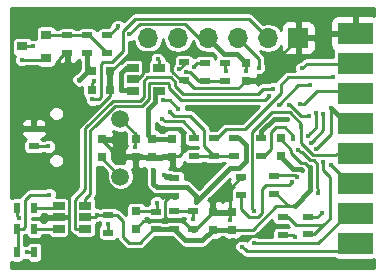
<source format=gbl>
%TF.GenerationSoftware,KiCad,Pcbnew,4.0.7*%
%TF.CreationDate,2017-12-01T19:39:18+08:00*%
%TF.ProjectId,ST-Link V2.1,53542D4C696E6B2056322E312E6B6963,rev?*%
%TF.FileFunction,Copper,L2,Bot,Signal*%
%FSLAX46Y46*%
G04 Gerber Fmt 4.6, Leading zero omitted, Abs format (unit mm)*
G04 Created by KiCad (PCBNEW 4.0.7) date 12/01/17 19:39:18*
%MOMM*%
%LPD*%
G01*
G04 APERTURE LIST*
%ADD10C,0.100000*%
%ADD11C,1.500000*%
%ADD12R,0.900000X0.500000*%
%ADD13R,1.700000X1.700000*%
%ADD14O,1.700000X1.700000*%
%ADD15R,0.750000X0.800000*%
%ADD16R,1.060000X0.650000*%
%ADD17R,0.500000X0.900000*%
%ADD18R,0.900000X0.800000*%
%ADD19R,0.800000X0.750000*%
%ADD20C,0.450000*%
%ADD21C,0.453000*%
%ADD22C,0.400000*%
%ADD23C,0.250000*%
%ADD24C,0.254000*%
G04 APERTURE END LIST*
D10*
D11*
X9798600Y-14762400D03*
X9798600Y-9882400D03*
D12*
X14365000Y-14890000D03*
X14365000Y-16390000D03*
X22800000Y-16210000D03*
X22800000Y-14710000D03*
X20020000Y-14820000D03*
X20020000Y-16320000D03*
D10*
G36*
X31200000Y-1770000D02*
X31200000Y-3570000D01*
X28200000Y-3570000D01*
X28200000Y-1770000D01*
X31200000Y-1770000D01*
X31200000Y-1770000D01*
G37*
G36*
X31200000Y-4310000D02*
X31200000Y-6110000D01*
X28200000Y-6110000D01*
X28200000Y-4310000D01*
X31200000Y-4310000D01*
X31200000Y-4310000D01*
G37*
G36*
X31200000Y-6850000D02*
X31200000Y-8650000D01*
X28200000Y-8650000D01*
X28200000Y-6850000D01*
X31200000Y-6850000D01*
X31200000Y-6850000D01*
G37*
G36*
X31200000Y-9390000D02*
X31200000Y-11190000D01*
X28200000Y-11190000D01*
X28200000Y-9390000D01*
X31200000Y-9390000D01*
X31200000Y-9390000D01*
G37*
G36*
X31200000Y-11930000D02*
X31200000Y-13730000D01*
X28200000Y-13730000D01*
X28200000Y-11930000D01*
X31200000Y-11930000D01*
X31200000Y-11930000D01*
G37*
G36*
X31200000Y-14470000D02*
X31200000Y-16270000D01*
X28200000Y-16270000D01*
X28200000Y-14470000D01*
X31200000Y-14470000D01*
X31200000Y-14470000D01*
G37*
G36*
X31200000Y-17010000D02*
X31200000Y-18810000D01*
X28200000Y-18810000D01*
X28200000Y-17010000D01*
X31200000Y-17010000D01*
X31200000Y-17010000D01*
G37*
G36*
X31200000Y-19550000D02*
X31200000Y-21350000D01*
X28200000Y-21350000D01*
X28200000Y-19550000D01*
X31200000Y-19550000D01*
X31200000Y-19550000D01*
G37*
D13*
X24835400Y-3027600D03*
D14*
X22295400Y-3027600D03*
X19755400Y-3027600D03*
X17215400Y-3027600D03*
X14675400Y-3027600D03*
X12135400Y-3027600D03*
D12*
X16970000Y-6650000D03*
X16970000Y-5150000D03*
X16021600Y-13040000D03*
X16021600Y-11540000D03*
D15*
X17620000Y-17770000D03*
X17620000Y-19270000D03*
X23362200Y-13040000D03*
X23362200Y-11540000D03*
X20400000Y-6650000D03*
X20400000Y-5150000D03*
X14192800Y-13099400D03*
X14192800Y-11599400D03*
D12*
X8770000Y-19500000D03*
X8770000Y-18000000D03*
X25680912Y-18146150D03*
X25680912Y-19646150D03*
X23523600Y-19677000D03*
X23523600Y-18177000D03*
D16*
X4570000Y-19170000D03*
X4570000Y-18220000D03*
X4570000Y-17270000D03*
X6770000Y-17270000D03*
X6770000Y-19170000D03*
X6770000Y-18220000D03*
D12*
X18690000Y-5150000D03*
X18690000Y-6650000D03*
X17748800Y-11540000D03*
X17748800Y-13040000D03*
X19399800Y-13040000D03*
X19399800Y-11540000D03*
X21730000Y-11540000D03*
X21730000Y-13040000D03*
X8636200Y-2813400D03*
X8636200Y-4313400D03*
X15180000Y-5080000D03*
X15180000Y-6580000D03*
X5283400Y-4313400D03*
X5283400Y-2813400D03*
X6959800Y-2813400D03*
X6959800Y-4313400D03*
X2470200Y-10700000D03*
X2470200Y-12200000D03*
D17*
X2500000Y-21175000D03*
X1000000Y-21175000D03*
X2500000Y-17400000D03*
X1000000Y-17400000D03*
X2500000Y-19200000D03*
X1000000Y-19200000D03*
D12*
X14365000Y-17710400D03*
X14365000Y-19210400D03*
X15965200Y-17710400D03*
X15965200Y-19210400D03*
X12790200Y-17735800D03*
X12790200Y-19235800D03*
D18*
X3500000Y-2800000D03*
X3500000Y-4700000D03*
X1500000Y-3750000D03*
D15*
X12490000Y-13110000D03*
X12490000Y-11610000D03*
D19*
X8892600Y-5837600D03*
X7392600Y-5837600D03*
D15*
X11110000Y-11600000D03*
X11110000Y-13100000D03*
X8250000Y-13110000D03*
X8250000Y-11610000D03*
X11113800Y-19210400D03*
X11113800Y-17710400D03*
X19240000Y-17770000D03*
X19240000Y-19270000D03*
D19*
X8892600Y-7437800D03*
X7392600Y-7437800D03*
D16*
X10880000Y-7480000D03*
X10880000Y-6530000D03*
X10880000Y-5580000D03*
X13080000Y-5580000D03*
X13080000Y-7480000D03*
D20*
X26350041Y-12398806D03*
D21*
X25880000Y-13950000D03*
D20*
X27610000Y-8970000D03*
X24548601Y-17263567D03*
D21*
X10550000Y-2725000D03*
X7831000Y-18000000D03*
X12590000Y-14170000D03*
X20466600Y-5823463D03*
X2400000Y-3750000D03*
X16377200Y-20147200D03*
X12160800Y-10647600D03*
X16199400Y-16896000D03*
X6300000Y-6570000D03*
X9874800Y-7421800D03*
D20*
X24590000Y-19879982D03*
D21*
X26840000Y-17830000D03*
X3750000Y-16300000D03*
D20*
X25746148Y-9619312D03*
D21*
X24048000Y-8717200D03*
X25888672Y-11938800D03*
D20*
X26979990Y-9449891D03*
D21*
X24825102Y-12488555D03*
X26490000Y-16148518D03*
X25170000Y-5590000D03*
X27597160Y-13742831D03*
D20*
X21125238Y-20429991D03*
X20099189Y-20690009D03*
D21*
X1425000Y-4875000D03*
X1875000Y-21175000D03*
X26969334Y-13563225D03*
X25644129Y-11333307D03*
D20*
X26337712Y-9349929D03*
D21*
X25835916Y-7040868D03*
D20*
X23178669Y-8711469D03*
D21*
X22701731Y-7324250D03*
X22386874Y-7909212D03*
X9577737Y-2035535D03*
X24420000Y-11550000D03*
D20*
X13973969Y-9274991D03*
X15386600Y-5904981D03*
X13343964Y-9872340D03*
X16047000Y-5457209D03*
X15920010Y-18341288D03*
D21*
X27799053Y-6364621D03*
X18714000Y-5821600D03*
X21506389Y-5551509D03*
D20*
X21107856Y-17639995D03*
D21*
X25110000Y-10590000D03*
X24975000Y-8650000D03*
D20*
X23894249Y-9864533D03*
X7410000Y-8237811D03*
D21*
X12890000Y-16960000D03*
X25160492Y-14227542D03*
D20*
X14700000Y-18480000D03*
D21*
X17450000Y-10670000D03*
D20*
X3500000Y-10700000D03*
D21*
X5425000Y-19850000D03*
X19320000Y-20140000D03*
X22510000Y-18680002D03*
X19090000Y-18443499D03*
X21548975Y-6209202D03*
X13126000Y-10622200D03*
D20*
X11060000Y-12274989D03*
X12975000Y-4775000D03*
X7567591Y-6642480D03*
D21*
X1198491Y-18274998D03*
X3675000Y-12200000D03*
X13376519Y-8257999D03*
X14769486Y-5676714D03*
D20*
X14709607Y-9002400D03*
D21*
X8750000Y-18775000D03*
X24309744Y-15209809D03*
X24784498Y-14761444D03*
X13518009Y-14668009D03*
D22*
X25880000Y-14270319D02*
X25880000Y-13950000D01*
D23*
X26575040Y-12173807D02*
X26350041Y-12398806D01*
X27610000Y-8970000D02*
X27610000Y-11138847D01*
X23362200Y-11600000D02*
X24273602Y-12511402D01*
X25780000Y-13950000D02*
X25880000Y-13950000D01*
X24273602Y-12753276D02*
X25108816Y-13588490D01*
X25418490Y-13588490D02*
X25780000Y-13950000D01*
X25108816Y-13588490D02*
X25418490Y-13588490D01*
X27610000Y-11138847D02*
X26575040Y-12173807D01*
D22*
X24548601Y-17263567D02*
X25880000Y-15932168D01*
X25880000Y-15932168D02*
X25880000Y-14270319D01*
D23*
X24273602Y-12511402D02*
X24273602Y-12753276D01*
D22*
X29700000Y-10290000D02*
X29660000Y-10250000D01*
X29660000Y-10250000D02*
X28890000Y-10250000D01*
X28890000Y-10250000D02*
X27834999Y-9194999D01*
X27834999Y-9194999D02*
X27610000Y-8970000D01*
X16199400Y-16896000D02*
X16199400Y-16429400D01*
X16199400Y-16429400D02*
X15400000Y-15630000D01*
X15400000Y-15630000D02*
X12849999Y-15630000D01*
X12849999Y-15630000D02*
X12590000Y-15370001D01*
X12590000Y-15370001D02*
X12590000Y-14170000D01*
D23*
X24235760Y-17288210D02*
X24523958Y-17288210D01*
X24523958Y-17288210D02*
X24548601Y-17263567D01*
X22800000Y-16210000D02*
X23000000Y-16210000D01*
X21003778Y-19270000D02*
X22985568Y-17288210D01*
X19240000Y-19270000D02*
X21003778Y-19270000D01*
X24078210Y-17288210D02*
X24235760Y-17288210D01*
X23000000Y-16210000D02*
X24078210Y-17288210D01*
X22985568Y-17288210D02*
X24235760Y-17288210D01*
D22*
X12750010Y-8419268D02*
X12160800Y-9008478D01*
X13080000Y-7480000D02*
X12750010Y-7809990D01*
X12160800Y-9008478D02*
X12160800Y-10647600D01*
X12750010Y-7809990D02*
X12750010Y-8419268D01*
D23*
X17215400Y-3027600D02*
X16414401Y-3027600D01*
X16414401Y-3027600D02*
X15239401Y-1852600D01*
X15239401Y-1852600D02*
X11422400Y-1852600D01*
X11422400Y-1852600D02*
X10550000Y-2725000D01*
X8770000Y-18000000D02*
X9470000Y-18000000D01*
X9470000Y-18000000D02*
X10025000Y-18555000D01*
X10500000Y-20350000D02*
X11476000Y-20350000D01*
X10025000Y-18555000D02*
X10025000Y-19875000D01*
X10025000Y-19875000D02*
X10500000Y-20350000D01*
X12590200Y-19235800D02*
X12790200Y-19235800D01*
X11476000Y-20350000D02*
X12590200Y-19235800D01*
X6770000Y-18220000D02*
X7611000Y-18220000D01*
X7611000Y-18220000D02*
X7831000Y-18000000D01*
D22*
X19835200Y-11535200D02*
X20400000Y-12100000D01*
X19399800Y-11535200D02*
X19835200Y-11535200D01*
X19045400Y-14050000D02*
X16199400Y-16896000D01*
X20400000Y-12100000D02*
X20400000Y-13455001D01*
X20400000Y-13455001D02*
X19805001Y-14050000D01*
X19805001Y-14050000D02*
X19045400Y-14050000D01*
X17620000Y-19270000D02*
X19240000Y-19270000D01*
X16377200Y-20147200D02*
X16742800Y-20147200D01*
X16742800Y-20147200D02*
X17620000Y-19270000D01*
X14365000Y-19210400D02*
X15301800Y-20147200D01*
X15301800Y-20147200D02*
X16377200Y-20147200D01*
X12790200Y-19235800D02*
X14339600Y-19235800D01*
X14339600Y-19235800D02*
X14365000Y-19210400D01*
X20400000Y-5150000D02*
X20400000Y-5125000D01*
X18537800Y-4350000D02*
X17215400Y-3027600D01*
X20400000Y-5125000D02*
X19625000Y-4350000D01*
X19625000Y-4350000D02*
X18537800Y-4350000D01*
X12490000Y-11610000D02*
X14182200Y-11610000D01*
X14182200Y-11610000D02*
X14192800Y-11599400D01*
X12160800Y-10647600D02*
X12160800Y-11280800D01*
X12160800Y-11280800D02*
X12490000Y-11610000D01*
D23*
X20400000Y-5150000D02*
X20400000Y-5800000D01*
X20400000Y-5800000D02*
X20423463Y-5823463D01*
X20423463Y-5823463D02*
X20466600Y-5823463D01*
X2400000Y-3750000D02*
X1500000Y-3750000D01*
X8770000Y-18000000D02*
X7831000Y-18000000D01*
D22*
X6526499Y-6343501D02*
X6300000Y-6570000D01*
X6959800Y-5910200D02*
X6526499Y-6343501D01*
X6959800Y-5404800D02*
X6959800Y-5910200D01*
X6959800Y-4313400D02*
X6959800Y-5404800D01*
X6959800Y-5404800D02*
X7392600Y-5837600D01*
X9874800Y-7421800D02*
X9874800Y-5960199D01*
X10254999Y-5580000D02*
X10880000Y-5580000D01*
X9874800Y-5960199D02*
X10254999Y-5580000D01*
X9874800Y-7421800D02*
X10821800Y-7421800D01*
X10821800Y-7421800D02*
X10880000Y-7480000D01*
X10880000Y-7480000D02*
X10568000Y-7480000D01*
X10568000Y-7480000D02*
X10560600Y-7472600D01*
X10560600Y-7472600D02*
X10382800Y-7472600D01*
D23*
X24387018Y-19677000D02*
X24590000Y-19879982D01*
X23523600Y-19677000D02*
X24387018Y-19677000D01*
X25680912Y-18146150D02*
X26523850Y-18146150D01*
X26613501Y-18056499D02*
X26840000Y-17830000D01*
X26523850Y-18146150D02*
X26613501Y-18056499D01*
X25627112Y-18092350D02*
X25680912Y-18146150D01*
X1100000Y-21175000D02*
X1100000Y-19225000D01*
X2175000Y-16300000D02*
X3750000Y-16300000D01*
X1750000Y-16725000D02*
X2175000Y-16300000D01*
X1100000Y-19225000D02*
X1075000Y-19200000D01*
X1750000Y-19025000D02*
X1750000Y-16725000D01*
X1075000Y-19200000D02*
X1575000Y-19200000D01*
X1575000Y-19200000D02*
X1750000Y-19025000D01*
X25427950Y-9619312D02*
X25746148Y-9619312D01*
X24048000Y-8717200D02*
X24190046Y-8717200D01*
X25092158Y-9619312D02*
X25427950Y-9619312D01*
X24190046Y-8717200D02*
X25092158Y-9619312D01*
X26490000Y-15828199D02*
X26431500Y-15769699D01*
X25051601Y-12715054D02*
X24825102Y-12488555D01*
X26115171Y-11712301D02*
X25888672Y-11938800D01*
X26979990Y-10847482D02*
X26115171Y-11712301D01*
X26144721Y-13398500D02*
X25868088Y-13398500D01*
X26431500Y-13685279D02*
X26144721Y-13398500D01*
X26431500Y-15769699D02*
X26431500Y-13685279D01*
X26490000Y-16148518D02*
X26490000Y-15828199D01*
X25868088Y-13398500D02*
X25184642Y-12715054D01*
X25184642Y-12715054D02*
X25051601Y-12715054D01*
X26979990Y-9449891D02*
X26979990Y-10847482D01*
X25550000Y-5210000D02*
X25170000Y-5590000D01*
X29700000Y-5210000D02*
X25550000Y-5210000D01*
X29648700Y-4974601D02*
X29490723Y-4974601D01*
X29637800Y-5147800D02*
X29700000Y-5210000D01*
X29650000Y-15145000D02*
X28999329Y-15145000D01*
X27823659Y-13969330D02*
X27597160Y-13742831D01*
X28999329Y-15145000D02*
X27823659Y-13969330D01*
X29650000Y-17685000D02*
X29515000Y-17820000D01*
X29515000Y-17820000D02*
X28720000Y-17820000D01*
X28720000Y-17820000D02*
X28720000Y-18240000D01*
X28720000Y-18240000D02*
X26530009Y-20429991D01*
X26530009Y-20429991D02*
X21610623Y-20429991D01*
X21610623Y-20429991D02*
X21125238Y-20429991D01*
X28804991Y-21070009D02*
X20479189Y-21070009D01*
X20324188Y-20915008D02*
X20099189Y-20690009D01*
X20479189Y-21070009D02*
X20324188Y-20915008D01*
X29650000Y-20225000D02*
X28804991Y-21070009D01*
X3500000Y-2800000D02*
X5270000Y-2800000D01*
X5270000Y-2800000D02*
X5283400Y-2813400D01*
X5283400Y-2813400D02*
X6959800Y-2813400D01*
X6959800Y-2813400D02*
X7136200Y-2813400D01*
X7136200Y-2813400D02*
X8636200Y-4313400D01*
X1425000Y-4875000D02*
X3325000Y-4875000D01*
X3325000Y-4875000D02*
X3500000Y-4700000D01*
X2600000Y-21175000D02*
X1875000Y-21175000D01*
X27500275Y-14770594D02*
X26969334Y-14239653D01*
X25870628Y-11106808D02*
X25644129Y-11333307D01*
X26969334Y-13883544D02*
X26969334Y-13563225D01*
X27500275Y-18369725D02*
X27500275Y-14770594D01*
X26969334Y-14239653D02*
X26969334Y-13883544D01*
X26337712Y-10639724D02*
X25870628Y-11106808D01*
X27070000Y-18800000D02*
X27500275Y-18369725D01*
X26337712Y-9349929D02*
X26337712Y-10639724D01*
X25680912Y-19646150D02*
X25746150Y-19646150D01*
X25750000Y-19650000D02*
X26220000Y-19650000D01*
X25746150Y-19646150D02*
X25750000Y-19650000D01*
X26220000Y-19650000D02*
X27070000Y-18800000D01*
X27070000Y-18800000D02*
X26980000Y-18890000D01*
X26980000Y-18890000D02*
X24700000Y-18890000D01*
X24700000Y-18890000D02*
X23987000Y-18177000D01*
X23987000Y-18177000D02*
X23523600Y-18177000D01*
X24849270Y-7040868D02*
X25835916Y-7040868D01*
X23178669Y-8711469D02*
X24849270Y-7040868D01*
X23533600Y-18187000D02*
X23523600Y-18177000D01*
X9123599Y-8329990D02*
X11460402Y-8329990D01*
X15056999Y-7752000D02*
X21431800Y-7752000D01*
X14395000Y-7090001D02*
X15056999Y-7752000D01*
X5915000Y-18805001D02*
X5915000Y-16710000D01*
X5915000Y-16710000D02*
X6790000Y-15835000D01*
X22381412Y-7324250D02*
X22701731Y-7324250D01*
X14395000Y-6718589D02*
X14395000Y-7090001D01*
X6790000Y-15835000D02*
X6790000Y-10663589D01*
X6790000Y-10663589D02*
X9123599Y-8329990D01*
X21431800Y-7752000D02*
X21859550Y-7324250D01*
X11460402Y-8329990D02*
X11749990Y-8040402D01*
X11749991Y-6688599D02*
X12068600Y-6369990D01*
X11749990Y-8040402D02*
X11749991Y-6688599D01*
X5990000Y-19170000D02*
X5979999Y-19159999D01*
X12068600Y-6369990D02*
X14046402Y-6369991D01*
X5979999Y-18870000D02*
X5915000Y-18805001D01*
X5979999Y-19159999D02*
X5979999Y-18870000D01*
X14046402Y-6369991D02*
X14395000Y-6718589D01*
X21859550Y-7324250D02*
X22381412Y-7324250D01*
X6770000Y-19170000D02*
X5990000Y-19170000D01*
X6770000Y-17270000D02*
X6770000Y-16695000D01*
X13944990Y-6904989D02*
X13944991Y-7276402D01*
X6770000Y-16695000D02*
X7240010Y-16224990D01*
X7614999Y-10485001D02*
X7614999Y-10475000D01*
X7240010Y-16224990D02*
X7240010Y-10859990D01*
X22036086Y-8260000D02*
X22386874Y-7909212D01*
X7240010Y-10859990D02*
X7614999Y-10485001D01*
X7614999Y-10475000D02*
X9309999Y-8780000D01*
X14928589Y-8260000D02*
X22036086Y-8260000D01*
X9309999Y-8780000D02*
X11646802Y-8780000D01*
X11646802Y-8780000D02*
X12200000Y-8226802D01*
X12200000Y-6875000D02*
X12255000Y-6820000D01*
X12200000Y-8226802D02*
X12200000Y-6875000D01*
X12255000Y-6820000D02*
X13860001Y-6820000D01*
X13860001Y-6820000D02*
X13944990Y-6904989D01*
X13944991Y-7276402D02*
X14928589Y-8260000D01*
X8836200Y-2813400D02*
X9577737Y-2071863D01*
X8636200Y-2813400D02*
X8836200Y-2813400D01*
X9577737Y-2071863D02*
X9577737Y-2035535D01*
X23722201Y-10600000D02*
X24420000Y-11297799D01*
X22936720Y-10600000D02*
X23722201Y-10600000D01*
X24420000Y-11297799D02*
X24420000Y-11550000D01*
X22530000Y-11006720D02*
X22936720Y-10600000D01*
X21736600Y-12997800D02*
X21936600Y-12997800D01*
X22530000Y-12404400D02*
X22530000Y-11006720D01*
X21936600Y-12997800D02*
X22530000Y-12404400D01*
X18289400Y-13030400D02*
X17700400Y-13030400D01*
X17700400Y-13030400D02*
X16880000Y-12210000D01*
X14323988Y-9625010D02*
X13973969Y-9274991D01*
X16880000Y-12210000D02*
X16880000Y-10802810D01*
X16880000Y-10802810D02*
X15702200Y-9625010D01*
X15702200Y-9625010D02*
X14323988Y-9625010D01*
X18289400Y-13030400D02*
X18294200Y-13035200D01*
X18294200Y-13035200D02*
X19399800Y-13035200D01*
X18289400Y-13030400D02*
X16026400Y-13030400D01*
X16026400Y-13030400D02*
X16021600Y-13035200D01*
X16970000Y-6650000D02*
X16469000Y-6650000D01*
X16469000Y-6650000D02*
X15723981Y-5904981D01*
X15723981Y-5904981D02*
X15386600Y-5904981D01*
X16970000Y-6650000D02*
X18690000Y-6650000D01*
X16021600Y-11035200D02*
X16021600Y-11535200D01*
X13568963Y-10097339D02*
X15083739Y-10097339D01*
X15083739Y-10097339D02*
X16021600Y-11035200D01*
X13343964Y-9872340D02*
X13568963Y-10097339D01*
X16270000Y-5150000D02*
X16047000Y-5373000D01*
X16970000Y-5150000D02*
X16270000Y-5150000D01*
X16047000Y-5373000D02*
X16047000Y-5457209D01*
X15965200Y-18296098D02*
X15920010Y-18341288D01*
X15965200Y-17710400D02*
X15965200Y-18296098D01*
X14365000Y-17710400D02*
X15965200Y-17710400D01*
X27799053Y-6364621D02*
X23995379Y-6364621D01*
X20330800Y-10749200D02*
X18734800Y-10749200D01*
X23995379Y-6364621D02*
X23380000Y-6980000D01*
X23380000Y-6980000D02*
X23380000Y-7700000D01*
X23380000Y-7700000D02*
X20330800Y-10749200D01*
X18734800Y-10749200D02*
X17948800Y-11535200D01*
X17948800Y-11535200D02*
X17748800Y-11535200D01*
X18690000Y-5797600D02*
X18714000Y-5821600D01*
X18690000Y-5150000D02*
X18690000Y-5797600D01*
X21506389Y-4778589D02*
X21506389Y-5551509D01*
X19755400Y-3027600D02*
X21506389Y-4778589D01*
X25092629Y-11923588D02*
X25092629Y-10927690D01*
X29700000Y-12830000D02*
X28100000Y-12830000D01*
X26341121Y-12958490D02*
X26331121Y-12948490D01*
X25110000Y-10910319D02*
X25110000Y-10590000D01*
X27971510Y-12958490D02*
X26341121Y-12958490D01*
X26117531Y-12948490D02*
X25092629Y-11923588D01*
X28100000Y-12830000D02*
X27971510Y-12958490D01*
X25092629Y-10927690D02*
X25110000Y-10910319D01*
X26331121Y-12948490D02*
X26117531Y-12948490D01*
X25110000Y-10590000D02*
X25120000Y-10580000D01*
X20940000Y-10985048D02*
X20940000Y-17490000D01*
X25120000Y-10580000D02*
X25120000Y-10289681D01*
X25120000Y-10289681D02*
X24141648Y-9311329D01*
X21089995Y-17639995D02*
X21107856Y-17639995D01*
X24141648Y-9311329D02*
X22613719Y-9311329D01*
X22613719Y-9311329D02*
X20940000Y-10985048D01*
X20940000Y-17490000D02*
X21089995Y-17639995D01*
X25295319Y-8650000D02*
X24975000Y-8650000D01*
X26445319Y-7500000D02*
X25295319Y-8650000D01*
X29634099Y-7500000D02*
X26445319Y-7500000D01*
X29648700Y-7514601D02*
X29634099Y-7500000D01*
D22*
X21736600Y-11497800D02*
X21736600Y-10930924D01*
X21736600Y-10930924D02*
X22802991Y-9864533D01*
X22802991Y-9864533D02*
X23894249Y-9864533D01*
D23*
X9998499Y-2460279D02*
X11056188Y-1402590D01*
X8320199Y-5050000D02*
X9097000Y-5050000D01*
X9097000Y-5050000D02*
X9998499Y-4148501D01*
X8117600Y-8063169D02*
X8117600Y-5252599D01*
X9998499Y-4148501D02*
X9998499Y-2460279D01*
X7942958Y-8237811D02*
X8117600Y-8063169D01*
X20670390Y-1402590D02*
X21445401Y-2177601D01*
X8117600Y-5252599D02*
X8320199Y-5050000D01*
X21445401Y-2177601D02*
X22295400Y-3027600D01*
X7410000Y-8237811D02*
X7942958Y-8237811D01*
X11056188Y-1402590D02*
X20670390Y-1402590D01*
X12890000Y-16960000D02*
X12890000Y-17636000D01*
X12890000Y-17636000D02*
X12790200Y-17735800D01*
X11113800Y-17710400D02*
X12764800Y-17710400D01*
X12764800Y-17710400D02*
X12790200Y-17735800D01*
D22*
X23362200Y-13100000D02*
X24375700Y-14113500D01*
X24375700Y-14113500D02*
X25046450Y-14113500D01*
X25046450Y-14113500D02*
X25160492Y-14227542D01*
D23*
X14619600Y-18560400D02*
X14700000Y-18480000D01*
X14520000Y-18560400D02*
X14619600Y-18560400D01*
X15965200Y-19210400D02*
X15765200Y-19210400D01*
X15765200Y-19210400D02*
X15034800Y-18480000D01*
X15034800Y-18480000D02*
X14700000Y-18480000D01*
X20470000Y-20140000D02*
X19320000Y-20140000D01*
X21420002Y-19770000D02*
X20840000Y-19770000D01*
X20840000Y-19770000D02*
X20470000Y-20140000D01*
X22510000Y-18680002D02*
X21420002Y-19770000D01*
X8892600Y-7924579D02*
X6117179Y-10700000D01*
X6117179Y-10700000D02*
X3818198Y-10700000D01*
X8892600Y-7437800D02*
X8892600Y-7924579D01*
X3818198Y-10700000D02*
X3500000Y-10700000D01*
X3500000Y-10700000D02*
X3500000Y-7850000D01*
X5083400Y-4313400D02*
X5283400Y-4313400D01*
X3500000Y-7850000D02*
X4583400Y-6766600D01*
X4583400Y-6766600D02*
X4583400Y-4813400D01*
X4583400Y-4813400D02*
X5083400Y-4313400D01*
X11735000Y-6067180D02*
X11735000Y-4550000D01*
X10880000Y-6530000D02*
X11272180Y-6530000D01*
X11272180Y-6530000D02*
X11735000Y-6067180D01*
X13214001Y-4225000D02*
X12060000Y-4225000D01*
X14892819Y-6580000D02*
X14200000Y-5887181D01*
X15170000Y-6580000D02*
X14892819Y-6580000D01*
X14200000Y-5210999D02*
X13214001Y-4225000D01*
X12060000Y-4225000D02*
X11735000Y-4550000D01*
X14200000Y-5887181D02*
X14200000Y-5210999D01*
X10145600Y-4729400D02*
X10325000Y-4550000D01*
X10325000Y-4550000D02*
X11735000Y-4550000D01*
X10141611Y-4729400D02*
X10145600Y-4729400D01*
X3500000Y-10700000D02*
X4800000Y-10700000D01*
X4800000Y-10700000D02*
X5425000Y-11325000D01*
X5425000Y-11325000D02*
X5425000Y-18145000D01*
X5425000Y-18145000D02*
X5350000Y-18220000D01*
X20020000Y-14820000D02*
X20020000Y-14840000D01*
X20020000Y-14840000D02*
X19075000Y-15785000D01*
X19075000Y-15785000D02*
X19075000Y-17605000D01*
X19075000Y-17605000D02*
X19240000Y-17770000D01*
X2470200Y-10700000D02*
X3500000Y-10700000D01*
X5425000Y-18295000D02*
X5425000Y-19850000D01*
X5350000Y-18220000D02*
X5425000Y-18295000D01*
X21548975Y-6209202D02*
X21660798Y-6209202D01*
X24810000Y-3060000D02*
X24810000Y-3002200D01*
X21660798Y-6209202D02*
X24810000Y-3060000D01*
X24810000Y-3002200D02*
X24835400Y-3027600D01*
X13580000Y-18210401D02*
X13580000Y-16820000D01*
X13580000Y-16820000D02*
X14010000Y-16390000D01*
X14010000Y-16390000D02*
X14365000Y-16390000D01*
X14030000Y-16390000D02*
X14365000Y-16390000D01*
X14220000Y-16390000D02*
X14020000Y-16390000D01*
X13929999Y-18560400D02*
X14520000Y-18560400D01*
X13580000Y-18210401D02*
X13929999Y-18560400D01*
X11738800Y-18560400D02*
X14520000Y-18560400D01*
X19090000Y-18443499D02*
X19090000Y-17920000D01*
X19090000Y-17920000D02*
X19240000Y-17770000D01*
D22*
X4570000Y-18220000D02*
X5350000Y-18220000D01*
D23*
X20400000Y-6650000D02*
X21125000Y-6650000D01*
X21125000Y-6650000D02*
X21550000Y-6225000D01*
X21550000Y-6225000D02*
X21548975Y-6223975D01*
X21548975Y-6223975D02*
X21548975Y-6209202D01*
D22*
X29524200Y-2494200D02*
X29700000Y-2670000D01*
D23*
X15170000Y-6580000D02*
X15357600Y-6580000D01*
X15357600Y-6580000D02*
X16047000Y-7269400D01*
X16047000Y-7269400D02*
X19780800Y-7269400D01*
X19780800Y-7269400D02*
X20400000Y-6650200D01*
X20400000Y-6650200D02*
X20400000Y-6650000D01*
X12490000Y-13110000D02*
X12569600Y-13030400D01*
X15031000Y-12758600D02*
X15031000Y-10927000D01*
X12569600Y-13030400D02*
X14784200Y-13030400D01*
X14784200Y-13030400D02*
X14784200Y-13005400D01*
X14726200Y-10622200D02*
X13126000Y-10622200D01*
X14784200Y-13005400D02*
X15031000Y-12758600D01*
X15031000Y-10927000D02*
X14726200Y-10622200D01*
X11113800Y-19185400D02*
X11738800Y-18560400D01*
X11113800Y-19210400D02*
X11113800Y-19185400D01*
X29600800Y-2494200D02*
X29650000Y-2445000D01*
X9033411Y-5837600D02*
X8892600Y-5837600D01*
X10141611Y-4729400D02*
X9033411Y-5837600D01*
X8892600Y-5837600D02*
X8892600Y-7437800D01*
X11110000Y-13100000D02*
X9715000Y-13100000D01*
X9715000Y-13100000D02*
X8250000Y-11635000D01*
X8250000Y-11635000D02*
X8250000Y-11610000D01*
X12490000Y-13110000D02*
X11120000Y-13110000D01*
X11120000Y-13110000D02*
X11110000Y-13100000D01*
X17620000Y-17770000D02*
X19240000Y-17770000D01*
X15965200Y-19210400D02*
X16179600Y-19210400D01*
X16179600Y-19210400D02*
X17620000Y-17770000D01*
X8250000Y-13110000D02*
X8250000Y-13213800D01*
X8250000Y-13213800D02*
X9798600Y-14762400D01*
X11110000Y-11600000D02*
X11110000Y-11193800D01*
X11110000Y-11193800D02*
X9798600Y-9882400D01*
X11060000Y-12274989D02*
X11060000Y-11650000D01*
X11060000Y-11650000D02*
X11110000Y-11600000D01*
X13080000Y-5580000D02*
X13080000Y-4880000D01*
X13080000Y-4880000D02*
X12975000Y-4775000D01*
X7562920Y-6642480D02*
X7567591Y-6642480D01*
X7392600Y-7437800D02*
X7392600Y-6812800D01*
X7392600Y-6812800D02*
X7562920Y-6642480D01*
X1174998Y-18274998D02*
X1198491Y-18274998D01*
X1000000Y-17400000D02*
X1000000Y-18100000D01*
X1000000Y-18100000D02*
X1174998Y-18274998D01*
X2470200Y-12200000D02*
X3675000Y-12200000D01*
X2575000Y-19200000D02*
X4540000Y-19200000D01*
X4540000Y-19200000D02*
X4570000Y-19170000D01*
X4465000Y-19275000D02*
X4570000Y-19170000D01*
X2500000Y-17400000D02*
X4440000Y-17400000D01*
X4440000Y-17400000D02*
X4570000Y-17270000D01*
X4350000Y-17050000D02*
X4570000Y-17270000D01*
X13965206Y-8257999D02*
X13376519Y-8257999D01*
X14709607Y-9002400D02*
X13965206Y-8257999D01*
X15170000Y-5276200D02*
X14769486Y-5676714D01*
X15170000Y-5080000D02*
X15170000Y-5276200D01*
X8770000Y-19500000D02*
X8750000Y-19480000D01*
X8750000Y-19480000D02*
X8750000Y-18775000D01*
X21437378Y-18199990D02*
X21748878Y-17888490D01*
X24069553Y-15450000D02*
X24083245Y-15436308D01*
X20020000Y-17499589D02*
X20720401Y-18199990D01*
X21748878Y-15851122D02*
X22150000Y-15450000D01*
X20020000Y-16320000D02*
X20020000Y-17499589D01*
X24083245Y-15436308D02*
X24309744Y-15209809D01*
X21748878Y-17888490D02*
X21748878Y-15851122D01*
X20720401Y-18199990D02*
X21437378Y-18199990D01*
X22150000Y-15450000D02*
X24069553Y-15450000D01*
X22960000Y-14710000D02*
X23021500Y-14648500D01*
X23021500Y-14648500D02*
X24671554Y-14648500D01*
X24671554Y-14648500D02*
X24784498Y-14761444D01*
X13665000Y-14890000D02*
X13518009Y-14743009D01*
X14365000Y-14890000D02*
X13665000Y-14890000D01*
X13518009Y-14743009D02*
X13518009Y-14668009D01*
X13998009Y-14668009D02*
X13518009Y-14668009D01*
X14220000Y-14890000D02*
X13998009Y-14668009D01*
D24*
G36*
X8106407Y-18620855D02*
X8096614Y-18644440D01*
X8096403Y-18886468D01*
X8016433Y-18937927D01*
X7918936Y-19080619D01*
X7884635Y-19250000D01*
X7884635Y-19750000D01*
X7914409Y-19908237D01*
X8007927Y-20053567D01*
X8150619Y-20151064D01*
X8320000Y-20185365D01*
X9220000Y-20185365D01*
X9378237Y-20155591D01*
X9511726Y-20069692D01*
X9515018Y-20086242D01*
X9634677Y-20265323D01*
X10109677Y-20740323D01*
X10288759Y-20859982D01*
X10500000Y-20902000D01*
X11476000Y-20902000D01*
X11687242Y-20859982D01*
X11866323Y-20740323D01*
X12685481Y-19921165D01*
X13240200Y-19921165D01*
X13398437Y-19891391D01*
X13442868Y-19862800D01*
X13752216Y-19862800D01*
X13915000Y-19895765D01*
X14163653Y-19895765D01*
X14858444Y-20590556D01*
X15061857Y-20726472D01*
X15301800Y-20774200D01*
X16183096Y-20774200D01*
X16246640Y-20800586D01*
X16506619Y-20800813D01*
X16571028Y-20774200D01*
X16742800Y-20774200D01*
X16982743Y-20726472D01*
X17186156Y-20590556D01*
X17671347Y-20105365D01*
X17995000Y-20105365D01*
X18153237Y-20075591D01*
X18298567Y-19982073D01*
X18356695Y-19897000D01*
X18503657Y-19897000D01*
X18552927Y-19973567D01*
X18695619Y-20071064D01*
X18865000Y-20105365D01*
X19615000Y-20105365D01*
X19773237Y-20075591D01*
X19918567Y-19982073D01*
X20016064Y-19839381D01*
X20019584Y-19822000D01*
X20889333Y-19822000D01*
X20756392Y-19876930D01*
X20572822Y-20060181D01*
X20519621Y-20188303D01*
X20468999Y-20137593D01*
X20229449Y-20038123D01*
X19970067Y-20037896D01*
X19730343Y-20136948D01*
X19546773Y-20320199D01*
X19447303Y-20559749D01*
X19447076Y-20819131D01*
X19546128Y-21058855D01*
X19729379Y-21242425D01*
X19968929Y-21341895D01*
X19970430Y-21341896D01*
X20088866Y-21460332D01*
X20267948Y-21579991D01*
X20479189Y-21622009D01*
X27867620Y-21622009D01*
X27887927Y-21653567D01*
X28030619Y-21751064D01*
X28200000Y-21785365D01*
X31200000Y-21785365D01*
X31298000Y-21766925D01*
X31298000Y-22498000D01*
X502000Y-22498000D01*
X502000Y-21972346D01*
X580619Y-22026064D01*
X750000Y-22060365D01*
X1250000Y-22060365D01*
X1408237Y-22030591D01*
X1553567Y-21937073D01*
X1651064Y-21794381D01*
X1651955Y-21789983D01*
X1744440Y-21828386D01*
X1873534Y-21828499D01*
X1937927Y-21928567D01*
X2080619Y-22026064D01*
X2250000Y-22060365D01*
X2750000Y-22060365D01*
X2908237Y-22030591D01*
X3053567Y-21937073D01*
X3151064Y-21794381D01*
X3185365Y-21625000D01*
X3185365Y-20725000D01*
X3155591Y-20566763D01*
X3062073Y-20421433D01*
X2919381Y-20323936D01*
X2750000Y-20289635D01*
X2250000Y-20289635D01*
X2091763Y-20319409D01*
X1946433Y-20412927D01*
X1872250Y-20521498D01*
X1745581Y-20521387D01*
X1652000Y-20560053D01*
X1652000Y-19814759D01*
X1668474Y-19733407D01*
X1786242Y-19709982D01*
X1821490Y-19686430D01*
X1844409Y-19808237D01*
X1937927Y-19953567D01*
X2080619Y-20051064D01*
X2250000Y-20085365D01*
X2750000Y-20085365D01*
X2908237Y-20055591D01*
X3053567Y-19962073D01*
X3151064Y-19819381D01*
X3164709Y-19752000D01*
X3697962Y-19752000D01*
X3727927Y-19798567D01*
X3870619Y-19896064D01*
X4040000Y-19930365D01*
X5100000Y-19930365D01*
X5258237Y-19900591D01*
X5403567Y-19807073D01*
X5501064Y-19664381D01*
X5535365Y-19495000D01*
X5535365Y-19469040D01*
X5589676Y-19550322D01*
X5599677Y-19560323D01*
X5778759Y-19679982D01*
X5862314Y-19696602D01*
X5927927Y-19798567D01*
X6070619Y-19896064D01*
X6240000Y-19930365D01*
X7300000Y-19930365D01*
X7458237Y-19900591D01*
X7603567Y-19807073D01*
X7701064Y-19664381D01*
X7735365Y-19495000D01*
X7735365Y-18845000D01*
X7717638Y-18750789D01*
X7822242Y-18729982D01*
X7936567Y-18653592D01*
X7960419Y-18653613D01*
X8081269Y-18603679D01*
X8106407Y-18620855D01*
X8106407Y-18620855D01*
G37*
X8106407Y-18620855D02*
X8096614Y-18644440D01*
X8096403Y-18886468D01*
X8016433Y-18937927D01*
X7918936Y-19080619D01*
X7884635Y-19250000D01*
X7884635Y-19750000D01*
X7914409Y-19908237D01*
X8007927Y-20053567D01*
X8150619Y-20151064D01*
X8320000Y-20185365D01*
X9220000Y-20185365D01*
X9378237Y-20155591D01*
X9511726Y-20069692D01*
X9515018Y-20086242D01*
X9634677Y-20265323D01*
X10109677Y-20740323D01*
X10288759Y-20859982D01*
X10500000Y-20902000D01*
X11476000Y-20902000D01*
X11687242Y-20859982D01*
X11866323Y-20740323D01*
X12685481Y-19921165D01*
X13240200Y-19921165D01*
X13398437Y-19891391D01*
X13442868Y-19862800D01*
X13752216Y-19862800D01*
X13915000Y-19895765D01*
X14163653Y-19895765D01*
X14858444Y-20590556D01*
X15061857Y-20726472D01*
X15301800Y-20774200D01*
X16183096Y-20774200D01*
X16246640Y-20800586D01*
X16506619Y-20800813D01*
X16571028Y-20774200D01*
X16742800Y-20774200D01*
X16982743Y-20726472D01*
X17186156Y-20590556D01*
X17671347Y-20105365D01*
X17995000Y-20105365D01*
X18153237Y-20075591D01*
X18298567Y-19982073D01*
X18356695Y-19897000D01*
X18503657Y-19897000D01*
X18552927Y-19973567D01*
X18695619Y-20071064D01*
X18865000Y-20105365D01*
X19615000Y-20105365D01*
X19773237Y-20075591D01*
X19918567Y-19982073D01*
X20016064Y-19839381D01*
X20019584Y-19822000D01*
X20889333Y-19822000D01*
X20756392Y-19876930D01*
X20572822Y-20060181D01*
X20519621Y-20188303D01*
X20468999Y-20137593D01*
X20229449Y-20038123D01*
X19970067Y-20037896D01*
X19730343Y-20136948D01*
X19546773Y-20320199D01*
X19447303Y-20559749D01*
X19447076Y-20819131D01*
X19546128Y-21058855D01*
X19729379Y-21242425D01*
X19968929Y-21341895D01*
X19970430Y-21341896D01*
X20088866Y-21460332D01*
X20267948Y-21579991D01*
X20479189Y-21622009D01*
X27867620Y-21622009D01*
X27887927Y-21653567D01*
X28030619Y-21751064D01*
X28200000Y-21785365D01*
X31200000Y-21785365D01*
X31298000Y-21766925D01*
X31298000Y-22498000D01*
X502000Y-22498000D01*
X502000Y-21972346D01*
X580619Y-22026064D01*
X750000Y-22060365D01*
X1250000Y-22060365D01*
X1408237Y-22030591D01*
X1553567Y-21937073D01*
X1651064Y-21794381D01*
X1651955Y-21789983D01*
X1744440Y-21828386D01*
X1873534Y-21828499D01*
X1937927Y-21928567D01*
X2080619Y-22026064D01*
X2250000Y-22060365D01*
X2750000Y-22060365D01*
X2908237Y-22030591D01*
X3053567Y-21937073D01*
X3151064Y-21794381D01*
X3185365Y-21625000D01*
X3185365Y-20725000D01*
X3155591Y-20566763D01*
X3062073Y-20421433D01*
X2919381Y-20323936D01*
X2750000Y-20289635D01*
X2250000Y-20289635D01*
X2091763Y-20319409D01*
X1946433Y-20412927D01*
X1872250Y-20521498D01*
X1745581Y-20521387D01*
X1652000Y-20560053D01*
X1652000Y-19814759D01*
X1668474Y-19733407D01*
X1786242Y-19709982D01*
X1821490Y-19686430D01*
X1844409Y-19808237D01*
X1937927Y-19953567D01*
X2080619Y-20051064D01*
X2250000Y-20085365D01*
X2750000Y-20085365D01*
X2908237Y-20055591D01*
X3053567Y-19962073D01*
X3151064Y-19819381D01*
X3164709Y-19752000D01*
X3697962Y-19752000D01*
X3727927Y-19798567D01*
X3870619Y-19896064D01*
X4040000Y-19930365D01*
X5100000Y-19930365D01*
X5258237Y-19900591D01*
X5403567Y-19807073D01*
X5501064Y-19664381D01*
X5535365Y-19495000D01*
X5535365Y-19469040D01*
X5589676Y-19550322D01*
X5599677Y-19560323D01*
X5778759Y-19679982D01*
X5862314Y-19696602D01*
X5927927Y-19798567D01*
X6070619Y-19896064D01*
X6240000Y-19930365D01*
X7300000Y-19930365D01*
X7458237Y-19900591D01*
X7603567Y-19807073D01*
X7701064Y-19664381D01*
X7735365Y-19495000D01*
X7735365Y-18845000D01*
X7717638Y-18750789D01*
X7822242Y-18729982D01*
X7936567Y-18653592D01*
X7960419Y-18653613D01*
X8081269Y-18603679D01*
X8106407Y-18620855D01*
G36*
X22638235Y-18427000D02*
X22668009Y-18585237D01*
X22761527Y-18730567D01*
X22904219Y-18828064D01*
X23073600Y-18862365D01*
X23891719Y-18862365D01*
X24033023Y-19003669D01*
X23973600Y-18991635D01*
X23073600Y-18991635D01*
X22915363Y-19021409D01*
X22770033Y-19114927D01*
X22672536Y-19257619D01*
X22638235Y-19427000D01*
X22638235Y-19877991D01*
X21495463Y-19877991D01*
X21495048Y-19877575D01*
X21255498Y-19778105D01*
X21217878Y-19778072D01*
X21394101Y-19660323D01*
X22638235Y-18416189D01*
X22638235Y-18427000D01*
X22638235Y-18427000D01*
G37*
X22638235Y-18427000D02*
X22668009Y-18585237D01*
X22761527Y-18730567D01*
X22904219Y-18828064D01*
X23073600Y-18862365D01*
X23891719Y-18862365D01*
X24033023Y-19003669D01*
X23973600Y-18991635D01*
X23073600Y-18991635D01*
X22915363Y-19021409D01*
X22770033Y-19114927D01*
X22672536Y-19257619D01*
X22638235Y-19427000D01*
X22638235Y-19877991D01*
X21495463Y-19877991D01*
X21495048Y-19877575D01*
X21255498Y-19778105D01*
X21217878Y-19778072D01*
X21394101Y-19660323D01*
X22638235Y-18416189D01*
X22638235Y-18427000D01*
G36*
X16092200Y-19085400D02*
X16112200Y-19085400D01*
X16112200Y-19335400D01*
X16092200Y-19335400D01*
X16092200Y-19357400D01*
X15838200Y-19357400D01*
X15838200Y-19335400D01*
X15818200Y-19335400D01*
X15818200Y-19085400D01*
X15838200Y-19085400D01*
X15838200Y-19063400D01*
X16092200Y-19063400D01*
X16092200Y-19085400D01*
X16092200Y-19085400D01*
G37*
X16092200Y-19085400D02*
X16112200Y-19085400D01*
X16112200Y-19335400D01*
X16092200Y-19335400D01*
X16092200Y-19357400D01*
X15838200Y-19357400D01*
X15838200Y-19335400D01*
X15818200Y-19335400D01*
X15818200Y-19085400D01*
X15838200Y-19085400D01*
X15838200Y-19063400D01*
X16092200Y-19063400D01*
X16092200Y-19085400D01*
G36*
X11240800Y-19083400D02*
X11260800Y-19083400D01*
X11260800Y-19337400D01*
X11240800Y-19337400D01*
X11240800Y-19357400D01*
X10986800Y-19357400D01*
X10986800Y-19337400D01*
X10966800Y-19337400D01*
X10966800Y-19083400D01*
X10986800Y-19083400D01*
X10986800Y-19063400D01*
X11240800Y-19063400D01*
X11240800Y-19083400D01*
X11240800Y-19083400D01*
G37*
X11240800Y-19083400D02*
X11260800Y-19083400D01*
X11260800Y-19337400D01*
X11240800Y-19337400D01*
X11240800Y-19357400D01*
X10986800Y-19357400D01*
X10986800Y-19337400D01*
X10966800Y-19337400D01*
X10966800Y-19083400D01*
X10986800Y-19083400D01*
X10986800Y-19063400D01*
X11240800Y-19063400D01*
X11240800Y-19083400D01*
G36*
X3563750Y-18093000D02*
X4443000Y-18093000D01*
X4443000Y-18073000D01*
X4697000Y-18073000D01*
X4697000Y-18093000D01*
X4717000Y-18093000D01*
X4717000Y-18347000D01*
X4697000Y-18347000D01*
X4697000Y-18367000D01*
X4443000Y-18367000D01*
X4443000Y-18347000D01*
X3563750Y-18347000D01*
X3405000Y-18505750D01*
X3405000Y-18648000D01*
X3166173Y-18648000D01*
X3155591Y-18591763D01*
X3062073Y-18446433D01*
X2919381Y-18348936D01*
X2750000Y-18314635D01*
X2302000Y-18314635D01*
X2302000Y-18285365D01*
X2750000Y-18285365D01*
X2908237Y-18255591D01*
X3053567Y-18162073D01*
X3151064Y-18019381D01*
X3164709Y-17952000D01*
X3422750Y-17952000D01*
X3563750Y-18093000D01*
X3563750Y-18093000D01*
G37*
X3563750Y-18093000D02*
X4443000Y-18093000D01*
X4443000Y-18073000D01*
X4697000Y-18073000D01*
X4697000Y-18093000D01*
X4717000Y-18093000D01*
X4717000Y-18347000D01*
X4697000Y-18347000D01*
X4697000Y-18367000D01*
X4443000Y-18367000D01*
X4443000Y-18347000D01*
X3563750Y-18347000D01*
X3405000Y-18505750D01*
X3405000Y-18648000D01*
X3166173Y-18648000D01*
X3155591Y-18591763D01*
X3062073Y-18446433D01*
X2919381Y-18348936D01*
X2750000Y-18314635D01*
X2302000Y-18314635D01*
X2302000Y-18285365D01*
X2750000Y-18285365D01*
X2908237Y-18255591D01*
X3053567Y-18162073D01*
X3151064Y-18019381D01*
X3164709Y-17952000D01*
X3422750Y-17952000D01*
X3563750Y-18093000D01*
G36*
X13602927Y-18263967D02*
X13745619Y-18361464D01*
X13915000Y-18395765D01*
X14815000Y-18395765D01*
X14973237Y-18365991D01*
X15118567Y-18272473D01*
X15125450Y-18262400D01*
X15202119Y-18262400D01*
X15203127Y-18263967D01*
X15268039Y-18308319D01*
X15267980Y-18375483D01*
X15155501Y-18422073D01*
X15004495Y-18573080D01*
X14984381Y-18559336D01*
X14815000Y-18525035D01*
X13915000Y-18525035D01*
X13756763Y-18554809D01*
X13672859Y-18608800D01*
X13444800Y-18608800D01*
X13409581Y-18584736D01*
X13240200Y-18550435D01*
X12340200Y-18550435D01*
X12181963Y-18580209D01*
X12102066Y-18631621D01*
X12027127Y-18450702D01*
X11876202Y-18299776D01*
X11889864Y-18279781D01*
X11893384Y-18262400D01*
X12010774Y-18262400D01*
X12028127Y-18289367D01*
X12170819Y-18386864D01*
X12340200Y-18421165D01*
X13240200Y-18421165D01*
X13398437Y-18391391D01*
X13543767Y-18297873D01*
X13585470Y-18236838D01*
X13602927Y-18263967D01*
X13602927Y-18263967D01*
G37*
X13602927Y-18263967D02*
X13745619Y-18361464D01*
X13915000Y-18395765D01*
X14815000Y-18395765D01*
X14973237Y-18365991D01*
X15118567Y-18272473D01*
X15125450Y-18262400D01*
X15202119Y-18262400D01*
X15203127Y-18263967D01*
X15268039Y-18308319D01*
X15267980Y-18375483D01*
X15155501Y-18422073D01*
X15004495Y-18573080D01*
X14984381Y-18559336D01*
X14815000Y-18525035D01*
X13915000Y-18525035D01*
X13756763Y-18554809D01*
X13672859Y-18608800D01*
X13444800Y-18608800D01*
X13409581Y-18584736D01*
X13240200Y-18550435D01*
X12340200Y-18550435D01*
X12181963Y-18580209D01*
X12102066Y-18631621D01*
X12027127Y-18450702D01*
X11876202Y-18299776D01*
X11889864Y-18279781D01*
X11893384Y-18262400D01*
X12010774Y-18262400D01*
X12028127Y-18289367D01*
X12170819Y-18386864D01*
X12340200Y-18421165D01*
X13240200Y-18421165D01*
X13398437Y-18391391D01*
X13543767Y-18297873D01*
X13585470Y-18236838D01*
X13602927Y-18263967D01*
G36*
X9563453Y-11059195D02*
X10031693Y-11059604D01*
X10147364Y-11011810D01*
X10305684Y-11170130D01*
X10299635Y-11200000D01*
X10299635Y-12000000D01*
X10329409Y-12158237D01*
X10348723Y-12188251D01*
X10196673Y-12340302D01*
X10100000Y-12573691D01*
X10100000Y-12814250D01*
X10258750Y-12973000D01*
X10983000Y-12973000D01*
X10983000Y-12953000D01*
X11237000Y-12953000D01*
X11237000Y-12973000D01*
X11628750Y-12973000D01*
X11638750Y-12983000D01*
X12363000Y-12983000D01*
X12363000Y-12963000D01*
X12617000Y-12963000D01*
X12617000Y-12983000D01*
X13341250Y-12983000D01*
X13351850Y-12972400D01*
X14065800Y-12972400D01*
X14065800Y-12952400D01*
X14319800Y-12952400D01*
X14319800Y-12972400D01*
X14339800Y-12972400D01*
X14339800Y-13226400D01*
X14319800Y-13226400D01*
X14319800Y-13975650D01*
X14478550Y-14134400D01*
X14694110Y-14134400D01*
X14927499Y-14037727D01*
X15106127Y-13859098D01*
X15202800Y-13625709D01*
X15202800Y-13505411D01*
X15259527Y-13593567D01*
X15402219Y-13691064D01*
X15571600Y-13725365D01*
X16471600Y-13725365D01*
X16629837Y-13695591D01*
X16775167Y-13602073D01*
X16788609Y-13582400D01*
X16979541Y-13582400D01*
X16986727Y-13593567D01*
X17129419Y-13691064D01*
X17298800Y-13725365D01*
X18198800Y-13725365D01*
X18357037Y-13695591D01*
X18502367Y-13602073D01*
X18512529Y-13587200D01*
X18631144Y-13587200D01*
X18602044Y-13606644D01*
X16432700Y-15775988D01*
X15843356Y-15186644D01*
X15804853Y-15160917D01*
X15639943Y-15050728D01*
X15400000Y-15003000D01*
X15250365Y-15003000D01*
X15250365Y-14640000D01*
X15220591Y-14481763D01*
X15127073Y-14336433D01*
X14984381Y-14238936D01*
X14815000Y-14204635D01*
X14279004Y-14204635D01*
X14209251Y-14158027D01*
X13998009Y-14116009D01*
X13925441Y-14116009D01*
X14065800Y-13975650D01*
X14065800Y-13226400D01*
X13341550Y-13226400D01*
X13330950Y-13237000D01*
X12617000Y-13237000D01*
X12617000Y-13257000D01*
X12363000Y-13257000D01*
X12363000Y-13237000D01*
X11971250Y-13237000D01*
X11961250Y-13227000D01*
X11237000Y-13227000D01*
X11237000Y-13976250D01*
X11395750Y-14135000D01*
X11611310Y-14135000D01*
X11787929Y-14061842D01*
X11936541Y-14123399D01*
X11936387Y-14299419D01*
X11963000Y-14363828D01*
X11963000Y-15370001D01*
X12010728Y-15609944D01*
X12117473Y-15769699D01*
X12146644Y-15813357D01*
X12406643Y-16073356D01*
X12610056Y-16209272D01*
X12849999Y-16257000D01*
X13430750Y-16257000D01*
X13438750Y-16265000D01*
X14238000Y-16265000D01*
X14238000Y-16257000D01*
X14492000Y-16257000D01*
X14492000Y-16265000D01*
X14512000Y-16265000D01*
X14512000Y-16515000D01*
X14492000Y-16515000D01*
X14492000Y-16537000D01*
X14238000Y-16537000D01*
X14238000Y-16515000D01*
X13438750Y-16515000D01*
X13403925Y-16549825D01*
X13260661Y-16406313D01*
X13020560Y-16306614D01*
X12760581Y-16306387D01*
X12520305Y-16405666D01*
X12336313Y-16589339D01*
X12236614Y-16829440D01*
X12236404Y-17069965D01*
X12181963Y-17080209D01*
X12060452Y-17158400D01*
X11895565Y-17158400D01*
X11894391Y-17152163D01*
X11800873Y-17006833D01*
X11658181Y-16909336D01*
X11488800Y-16875035D01*
X10738800Y-16875035D01*
X10580563Y-16904809D01*
X10435233Y-16998327D01*
X10337736Y-17141019D01*
X10303435Y-17310400D01*
X10303435Y-18052789D01*
X9860323Y-17609677D01*
X9681242Y-17490018D01*
X9542341Y-17462389D01*
X9532073Y-17446433D01*
X9389381Y-17348936D01*
X9220000Y-17314635D01*
X8320000Y-17314635D01*
X8161763Y-17344409D01*
X8081160Y-17396276D01*
X7961560Y-17346614D01*
X7735365Y-17346416D01*
X7735365Y-16945000D01*
X7705591Y-16786763D01*
X7612073Y-16641433D01*
X7607404Y-16638242D01*
X7630333Y-16615313D01*
X7749992Y-16436231D01*
X7792010Y-16224990D01*
X7792010Y-13928559D01*
X7875000Y-13945365D01*
X8200919Y-13945365D01*
X8669044Y-14413490D01*
X8621805Y-14527253D01*
X8621396Y-14995493D01*
X8800206Y-15428246D01*
X9131012Y-15759630D01*
X9563453Y-15939195D01*
X10031693Y-15939604D01*
X10464446Y-15760794D01*
X10795830Y-15429988D01*
X10975395Y-14997547D01*
X10975804Y-14529307D01*
X10812880Y-14135000D01*
X10824250Y-14135000D01*
X10983000Y-13976250D01*
X10983000Y-13227000D01*
X10258750Y-13227000D01*
X10100000Y-13385750D01*
X10100000Y-13613116D01*
X10033747Y-13585605D01*
X9565507Y-13585196D01*
X9449836Y-13632990D01*
X9060365Y-13243519D01*
X9060365Y-12710000D01*
X9030591Y-12551763D01*
X9011277Y-12521749D01*
X9163327Y-12369698D01*
X9260000Y-12136309D01*
X9260000Y-11895750D01*
X9101250Y-11737000D01*
X8377000Y-11737000D01*
X8377000Y-11757000D01*
X8123000Y-11757000D01*
X8123000Y-11737000D01*
X8103000Y-11737000D01*
X8103000Y-11483000D01*
X8123000Y-11483000D01*
X8123000Y-11463000D01*
X8377000Y-11463000D01*
X8377000Y-11483000D01*
X9101250Y-11483000D01*
X9260000Y-11324250D01*
X9260000Y-11083691D01*
X9184711Y-10901928D01*
X9563453Y-11059195D01*
X9563453Y-11059195D01*
G37*
X9563453Y-11059195D02*
X10031693Y-11059604D01*
X10147364Y-11011810D01*
X10305684Y-11170130D01*
X10299635Y-11200000D01*
X10299635Y-12000000D01*
X10329409Y-12158237D01*
X10348723Y-12188251D01*
X10196673Y-12340302D01*
X10100000Y-12573691D01*
X10100000Y-12814250D01*
X10258750Y-12973000D01*
X10983000Y-12973000D01*
X10983000Y-12953000D01*
X11237000Y-12953000D01*
X11237000Y-12973000D01*
X11628750Y-12973000D01*
X11638750Y-12983000D01*
X12363000Y-12983000D01*
X12363000Y-12963000D01*
X12617000Y-12963000D01*
X12617000Y-12983000D01*
X13341250Y-12983000D01*
X13351850Y-12972400D01*
X14065800Y-12972400D01*
X14065800Y-12952400D01*
X14319800Y-12952400D01*
X14319800Y-12972400D01*
X14339800Y-12972400D01*
X14339800Y-13226400D01*
X14319800Y-13226400D01*
X14319800Y-13975650D01*
X14478550Y-14134400D01*
X14694110Y-14134400D01*
X14927499Y-14037727D01*
X15106127Y-13859098D01*
X15202800Y-13625709D01*
X15202800Y-13505411D01*
X15259527Y-13593567D01*
X15402219Y-13691064D01*
X15571600Y-13725365D01*
X16471600Y-13725365D01*
X16629837Y-13695591D01*
X16775167Y-13602073D01*
X16788609Y-13582400D01*
X16979541Y-13582400D01*
X16986727Y-13593567D01*
X17129419Y-13691064D01*
X17298800Y-13725365D01*
X18198800Y-13725365D01*
X18357037Y-13695591D01*
X18502367Y-13602073D01*
X18512529Y-13587200D01*
X18631144Y-13587200D01*
X18602044Y-13606644D01*
X16432700Y-15775988D01*
X15843356Y-15186644D01*
X15804853Y-15160917D01*
X15639943Y-15050728D01*
X15400000Y-15003000D01*
X15250365Y-15003000D01*
X15250365Y-14640000D01*
X15220591Y-14481763D01*
X15127073Y-14336433D01*
X14984381Y-14238936D01*
X14815000Y-14204635D01*
X14279004Y-14204635D01*
X14209251Y-14158027D01*
X13998009Y-14116009D01*
X13925441Y-14116009D01*
X14065800Y-13975650D01*
X14065800Y-13226400D01*
X13341550Y-13226400D01*
X13330950Y-13237000D01*
X12617000Y-13237000D01*
X12617000Y-13257000D01*
X12363000Y-13257000D01*
X12363000Y-13237000D01*
X11971250Y-13237000D01*
X11961250Y-13227000D01*
X11237000Y-13227000D01*
X11237000Y-13976250D01*
X11395750Y-14135000D01*
X11611310Y-14135000D01*
X11787929Y-14061842D01*
X11936541Y-14123399D01*
X11936387Y-14299419D01*
X11963000Y-14363828D01*
X11963000Y-15370001D01*
X12010728Y-15609944D01*
X12117473Y-15769699D01*
X12146644Y-15813357D01*
X12406643Y-16073356D01*
X12610056Y-16209272D01*
X12849999Y-16257000D01*
X13430750Y-16257000D01*
X13438750Y-16265000D01*
X14238000Y-16265000D01*
X14238000Y-16257000D01*
X14492000Y-16257000D01*
X14492000Y-16265000D01*
X14512000Y-16265000D01*
X14512000Y-16515000D01*
X14492000Y-16515000D01*
X14492000Y-16537000D01*
X14238000Y-16537000D01*
X14238000Y-16515000D01*
X13438750Y-16515000D01*
X13403925Y-16549825D01*
X13260661Y-16406313D01*
X13020560Y-16306614D01*
X12760581Y-16306387D01*
X12520305Y-16405666D01*
X12336313Y-16589339D01*
X12236614Y-16829440D01*
X12236404Y-17069965D01*
X12181963Y-17080209D01*
X12060452Y-17158400D01*
X11895565Y-17158400D01*
X11894391Y-17152163D01*
X11800873Y-17006833D01*
X11658181Y-16909336D01*
X11488800Y-16875035D01*
X10738800Y-16875035D01*
X10580563Y-16904809D01*
X10435233Y-16998327D01*
X10337736Y-17141019D01*
X10303435Y-17310400D01*
X10303435Y-18052789D01*
X9860323Y-17609677D01*
X9681242Y-17490018D01*
X9542341Y-17462389D01*
X9532073Y-17446433D01*
X9389381Y-17348936D01*
X9220000Y-17314635D01*
X8320000Y-17314635D01*
X8161763Y-17344409D01*
X8081160Y-17396276D01*
X7961560Y-17346614D01*
X7735365Y-17346416D01*
X7735365Y-16945000D01*
X7705591Y-16786763D01*
X7612073Y-16641433D01*
X7607404Y-16638242D01*
X7630333Y-16615313D01*
X7749992Y-16436231D01*
X7792010Y-16224990D01*
X7792010Y-13928559D01*
X7875000Y-13945365D01*
X8200919Y-13945365D01*
X8669044Y-14413490D01*
X8621805Y-14527253D01*
X8621396Y-14995493D01*
X8800206Y-15428246D01*
X9131012Y-15759630D01*
X9563453Y-15939195D01*
X10031693Y-15939604D01*
X10464446Y-15760794D01*
X10795830Y-15429988D01*
X10975395Y-14997547D01*
X10975804Y-14529307D01*
X10812880Y-14135000D01*
X10824250Y-14135000D01*
X10983000Y-13976250D01*
X10983000Y-13227000D01*
X10258750Y-13227000D01*
X10100000Y-13385750D01*
X10100000Y-13613116D01*
X10033747Y-13585605D01*
X9565507Y-13585196D01*
X9449836Y-13632990D01*
X9060365Y-13243519D01*
X9060365Y-12710000D01*
X9030591Y-12551763D01*
X9011277Y-12521749D01*
X9163327Y-12369698D01*
X9260000Y-12136309D01*
X9260000Y-11895750D01*
X9101250Y-11737000D01*
X8377000Y-11737000D01*
X8377000Y-11757000D01*
X8123000Y-11757000D01*
X8123000Y-11737000D01*
X8103000Y-11737000D01*
X8103000Y-11483000D01*
X8123000Y-11483000D01*
X8123000Y-11463000D01*
X8377000Y-11463000D01*
X8377000Y-11483000D01*
X9101250Y-11483000D01*
X9260000Y-11324250D01*
X9260000Y-11083691D01*
X9184711Y-10901928D01*
X9563453Y-11059195D01*
G36*
X18935000Y-15103750D02*
X18935000Y-15196309D01*
X19031673Y-15429698D01*
X19210301Y-15608327D01*
X19385890Y-15681058D01*
X19266433Y-15757927D01*
X19168936Y-15900619D01*
X19134635Y-16070000D01*
X19134635Y-16570000D01*
X19164409Y-16728237D01*
X19168761Y-16735000D01*
X19112998Y-16735000D01*
X19112998Y-16893748D01*
X18954250Y-16735000D01*
X18738690Y-16735000D01*
X18505301Y-16831673D01*
X18430000Y-16906974D01*
X18354699Y-16831673D01*
X18121310Y-16735000D01*
X17905750Y-16735000D01*
X17747000Y-16893750D01*
X17747000Y-17643000D01*
X19113000Y-17643000D01*
X19113000Y-17623000D01*
X19367000Y-17623000D01*
X19367000Y-17643000D01*
X19387000Y-17643000D01*
X19387000Y-17897000D01*
X19367000Y-17897000D01*
X19367000Y-17917000D01*
X19113000Y-17917000D01*
X19113000Y-17897000D01*
X17747000Y-17897000D01*
X17747000Y-17917000D01*
X17493000Y-17917000D01*
X17493000Y-17897000D01*
X17473000Y-17897000D01*
X17473000Y-17643000D01*
X17493000Y-17643000D01*
X17493000Y-16893750D01*
X17334250Y-16735000D01*
X17247112Y-16735000D01*
X19035110Y-14947002D01*
X19091748Y-14947002D01*
X18935000Y-15103750D01*
X18935000Y-15103750D01*
G37*
X18935000Y-15103750D02*
X18935000Y-15196309D01*
X19031673Y-15429698D01*
X19210301Y-15608327D01*
X19385890Y-15681058D01*
X19266433Y-15757927D01*
X19168936Y-15900619D01*
X19134635Y-16070000D01*
X19134635Y-16570000D01*
X19164409Y-16728237D01*
X19168761Y-16735000D01*
X19112998Y-16735000D01*
X19112998Y-16893748D01*
X18954250Y-16735000D01*
X18738690Y-16735000D01*
X18505301Y-16831673D01*
X18430000Y-16906974D01*
X18354699Y-16831673D01*
X18121310Y-16735000D01*
X17905750Y-16735000D01*
X17747000Y-16893750D01*
X17747000Y-17643000D01*
X19113000Y-17643000D01*
X19113000Y-17623000D01*
X19367000Y-17623000D01*
X19367000Y-17643000D01*
X19387000Y-17643000D01*
X19387000Y-17897000D01*
X19367000Y-17897000D01*
X19367000Y-17917000D01*
X19113000Y-17917000D01*
X19113000Y-17897000D01*
X17747000Y-17897000D01*
X17747000Y-17917000D01*
X17493000Y-17917000D01*
X17493000Y-17897000D01*
X17473000Y-17897000D01*
X17473000Y-17643000D01*
X17493000Y-17643000D01*
X17493000Y-16893750D01*
X17334250Y-16735000D01*
X17247112Y-16735000D01*
X19035110Y-14947002D01*
X19091748Y-14947002D01*
X18935000Y-15103750D01*
G36*
X31298000Y-1142405D02*
X31200000Y-1122560D01*
X29827000Y-1122560D01*
X29827000Y-2543000D01*
X29847000Y-2543000D01*
X29847000Y-2797000D01*
X29827000Y-2797000D01*
X29827000Y-2817000D01*
X29573000Y-2817000D01*
X29573000Y-2797000D01*
X27552560Y-2797000D01*
X27552560Y-3570000D01*
X27596838Y-3805317D01*
X27735910Y-4021441D01*
X27834390Y-4088730D01*
X27798936Y-4140619D01*
X27764635Y-4310000D01*
X27764635Y-4658000D01*
X25550000Y-4658000D01*
X25338758Y-4700018D01*
X25159677Y-4819677D01*
X25042965Y-4936389D01*
X25040581Y-4936387D01*
X24800305Y-5035666D01*
X24616313Y-5219339D01*
X24516614Y-5459440D01*
X24516387Y-5719419D01*
X24554897Y-5812621D01*
X23995379Y-5812621D01*
X23784138Y-5854639D01*
X23639828Y-5951064D01*
X23605056Y-5974298D01*
X22989677Y-6589677D01*
X22913028Y-6704389D01*
X22832291Y-6670864D01*
X22572312Y-6670637D01*
X22332036Y-6769916D01*
X22329698Y-6772250D01*
X21859550Y-6772250D01*
X21648308Y-6814268D01*
X21469227Y-6933927D01*
X21410000Y-6993154D01*
X21410000Y-6935750D01*
X21251250Y-6777000D01*
X20527000Y-6777000D01*
X20527000Y-6797000D01*
X20273000Y-6797000D01*
X20273000Y-6777000D01*
X20253000Y-6777000D01*
X20253000Y-6523000D01*
X20273000Y-6523000D01*
X20273000Y-6503000D01*
X20527000Y-6503000D01*
X20527000Y-6523000D01*
X21251250Y-6523000D01*
X21410000Y-6364250D01*
X21410000Y-6204925D01*
X21635808Y-6205122D01*
X21876084Y-6105843D01*
X22060076Y-5922170D01*
X22159775Y-5682069D01*
X22160002Y-5422090D01*
X22060723Y-5181814D01*
X22058389Y-5179476D01*
X22058389Y-4778589D01*
X22016371Y-4567348D01*
X21896712Y-4388266D01*
X21608247Y-4099801D01*
X21806713Y-4232412D01*
X22295400Y-4329618D01*
X22784087Y-4232412D01*
X23198375Y-3955593D01*
X23350400Y-3728072D01*
X23350400Y-4003909D01*
X23447073Y-4237298D01*
X23625701Y-4415927D01*
X23859090Y-4512600D01*
X24549650Y-4512600D01*
X24708400Y-4353850D01*
X24708400Y-3154600D01*
X24962400Y-3154600D01*
X24962400Y-4353850D01*
X25121150Y-4512600D01*
X25811710Y-4512600D01*
X26045099Y-4415927D01*
X26223727Y-4237298D01*
X26320400Y-4003909D01*
X26320400Y-3313350D01*
X26161650Y-3154600D01*
X24962400Y-3154600D01*
X24708400Y-3154600D01*
X24688400Y-3154600D01*
X24688400Y-2900600D01*
X24708400Y-2900600D01*
X24708400Y-1701350D01*
X24962400Y-1701350D01*
X24962400Y-2900600D01*
X26161650Y-2900600D01*
X26320400Y-2741850D01*
X26320400Y-2051291D01*
X26223727Y-1817902D01*
X26175826Y-1770000D01*
X27552560Y-1770000D01*
X27552560Y-2543000D01*
X29573000Y-2543000D01*
X29573000Y-1122560D01*
X28200000Y-1122560D01*
X27964683Y-1166838D01*
X27748559Y-1305910D01*
X27603569Y-1518110D01*
X27552560Y-1770000D01*
X26175826Y-1770000D01*
X26045099Y-1639273D01*
X25811710Y-1542600D01*
X25121150Y-1542600D01*
X24962400Y-1701350D01*
X24708400Y-1701350D01*
X24549650Y-1542600D01*
X23859090Y-1542600D01*
X23625701Y-1639273D01*
X23447073Y-1817902D01*
X23350400Y-2051291D01*
X23350400Y-2327128D01*
X23198375Y-2099607D01*
X22784087Y-1822788D01*
X22295400Y-1725582D01*
X21860529Y-1812083D01*
X21060713Y-1012267D01*
X20881632Y-892608D01*
X20670390Y-850590D01*
X11056188Y-850590D01*
X10844946Y-892608D01*
X10665865Y-1012267D01*
X10072233Y-1605899D01*
X9948398Y-1481848D01*
X9708297Y-1382149D01*
X9448318Y-1381922D01*
X9208042Y-1481201D01*
X9024050Y-1664874D01*
X8924351Y-1904975D01*
X8924316Y-1944638D01*
X8740919Y-2128035D01*
X8186200Y-2128035D01*
X8027963Y-2157809D01*
X7882633Y-2251327D01*
X7797024Y-2376620D01*
X7721873Y-2259833D01*
X7579181Y-2162336D01*
X7409800Y-2128035D01*
X6509800Y-2128035D01*
X6351563Y-2157809D01*
X6206233Y-2251327D01*
X6199350Y-2261400D01*
X6046481Y-2261400D01*
X6045473Y-2259833D01*
X5902781Y-2162336D01*
X5733400Y-2128035D01*
X4833400Y-2128035D01*
X4675163Y-2157809D01*
X4535003Y-2248000D01*
X4356765Y-2248000D01*
X4355591Y-2241763D01*
X4262073Y-2096433D01*
X4119381Y-1998936D01*
X3950000Y-1964635D01*
X3050000Y-1964635D01*
X2891763Y-1994409D01*
X2746433Y-2087927D01*
X2648936Y-2230619D01*
X2614635Y-2400000D01*
X2614635Y-3131525D01*
X2530560Y-3096614D01*
X2294231Y-3096408D01*
X2262073Y-3046433D01*
X2119381Y-2948936D01*
X1950000Y-2914635D01*
X1050000Y-2914635D01*
X891763Y-2944409D01*
X746433Y-3037927D01*
X648936Y-3180619D01*
X614635Y-3350000D01*
X614635Y-4150000D01*
X644409Y-4308237D01*
X737927Y-4453567D01*
X858256Y-4535784D01*
X771614Y-4744440D01*
X771387Y-5004419D01*
X870666Y-5244695D01*
X1054339Y-5428687D01*
X1294440Y-5528386D01*
X1554419Y-5528613D01*
X1794695Y-5429334D01*
X1797033Y-5427000D01*
X2772222Y-5427000D01*
X2880619Y-5501064D01*
X3050000Y-5535365D01*
X3950000Y-5535365D01*
X4108237Y-5505591D01*
X4253567Y-5412073D01*
X4351064Y-5269381D01*
X4385365Y-5100000D01*
X4385365Y-5013391D01*
X4473701Y-5101727D01*
X4707090Y-5198400D01*
X4997650Y-5198400D01*
X5156400Y-5039650D01*
X5156400Y-4438400D01*
X5136400Y-4438400D01*
X5136400Y-4188400D01*
X5156400Y-4188400D01*
X5156400Y-4166400D01*
X5410400Y-4166400D01*
X5410400Y-4188400D01*
X5430400Y-4188400D01*
X5430400Y-4438400D01*
X5410400Y-4438400D01*
X5410400Y-5039650D01*
X5569150Y-5198400D01*
X5859710Y-5198400D01*
X6093099Y-5101727D01*
X6271727Y-4923098D01*
X6273525Y-4918757D01*
X6332800Y-4959258D01*
X6332800Y-5650488D01*
X5993898Y-5989390D01*
X5930305Y-6015666D01*
X5746313Y-6199339D01*
X5646614Y-6439440D01*
X5646387Y-6699419D01*
X5745666Y-6939695D01*
X5929339Y-7123687D01*
X6169440Y-7223386D01*
X6429419Y-7223613D01*
X6557235Y-7170801D01*
X6557235Y-7812800D01*
X6587009Y-7971037D01*
X6680527Y-8116367D01*
X6758060Y-8169343D01*
X6757887Y-8366933D01*
X6856939Y-8606657D01*
X7040190Y-8790227D01*
X7279740Y-8889697D01*
X7539122Y-8889924D01*
X7778846Y-8790872D01*
X7779909Y-8789811D01*
X7883132Y-8789811D01*
X6399677Y-10273266D01*
X6280018Y-10452347D01*
X6249192Y-10607321D01*
X6238000Y-10663589D01*
X6238000Y-15606354D01*
X5524677Y-16319677D01*
X5405018Y-16498758D01*
X5380878Y-16620119D01*
X5269381Y-16543936D01*
X5100000Y-16509635D01*
X4408494Y-16509635D01*
X4373446Y-16502664D01*
X4403386Y-16430560D01*
X4403613Y-16170581D01*
X4304334Y-15930305D01*
X4120661Y-15746313D01*
X3880560Y-15646614D01*
X3620581Y-15646387D01*
X3380305Y-15745666D01*
X3377967Y-15748000D01*
X2175000Y-15748000D01*
X1963758Y-15790018D01*
X1784677Y-15909677D01*
X1359677Y-16334677D01*
X1240018Y-16513758D01*
X1239844Y-16514635D01*
X750000Y-16514635D01*
X591763Y-16544409D01*
X502000Y-16602170D01*
X502000Y-13554122D01*
X3697887Y-13554122D01*
X3796939Y-13793846D01*
X3980190Y-13977416D01*
X4219740Y-14076886D01*
X4479122Y-14077113D01*
X4718846Y-13978061D01*
X4902416Y-13794810D01*
X5001886Y-13555260D01*
X5002113Y-13295878D01*
X4903061Y-13056154D01*
X4719810Y-12872584D01*
X4480260Y-12773114D01*
X4220878Y-12772887D01*
X3981154Y-12871939D01*
X3797584Y-13055190D01*
X3698114Y-13294740D01*
X3697887Y-13554122D01*
X502000Y-13554122D01*
X502000Y-10983750D01*
X1385200Y-10983750D01*
X1385200Y-11076309D01*
X1481873Y-11309698D01*
X1660501Y-11488327D01*
X1836090Y-11561058D01*
X1716633Y-11637927D01*
X1619136Y-11780619D01*
X1584835Y-11950000D01*
X1584835Y-12450000D01*
X1614609Y-12608237D01*
X1708127Y-12753567D01*
X1850819Y-12851064D01*
X2020200Y-12885365D01*
X2920200Y-12885365D01*
X3078437Y-12855591D01*
X3223767Y-12762073D01*
X3230650Y-12752000D01*
X3302655Y-12752000D01*
X3304339Y-12753687D01*
X3544440Y-12853386D01*
X3804419Y-12853613D01*
X4044695Y-12754334D01*
X4228687Y-12570661D01*
X4328386Y-12330560D01*
X4328613Y-12070581D01*
X4229334Y-11830305D01*
X4045661Y-11646313D01*
X3805560Y-11546614D01*
X3545581Y-11546387D01*
X3305305Y-11645666D01*
X3302967Y-11648000D01*
X3233281Y-11648000D01*
X3232273Y-11646433D01*
X3106186Y-11560281D01*
X3279899Y-11488327D01*
X3458527Y-11309698D01*
X3555200Y-11076309D01*
X3555200Y-10983750D01*
X3396450Y-10825000D01*
X2597200Y-10825000D01*
X2597200Y-10847000D01*
X2343200Y-10847000D01*
X2343200Y-10825000D01*
X1543950Y-10825000D01*
X1385200Y-10983750D01*
X502000Y-10983750D01*
X502000Y-10323691D01*
X1385200Y-10323691D01*
X1385200Y-10416250D01*
X1543950Y-10575000D01*
X2343200Y-10575000D01*
X2343200Y-9973750D01*
X2597200Y-9973750D01*
X2597200Y-10575000D01*
X3396450Y-10575000D01*
X3555200Y-10416250D01*
X3555200Y-10323691D01*
X3458527Y-10090302D01*
X3279899Y-9911673D01*
X3046510Y-9815000D01*
X2755950Y-9815000D01*
X2597200Y-9973750D01*
X2343200Y-9973750D01*
X2184450Y-9815000D01*
X1893890Y-9815000D01*
X1660501Y-9911673D01*
X1481873Y-10090302D01*
X1385200Y-10323691D01*
X502000Y-10323691D01*
X502000Y-9554122D01*
X3697887Y-9554122D01*
X3796939Y-9793846D01*
X3980190Y-9977416D01*
X4219740Y-10076886D01*
X4479122Y-10077113D01*
X4718846Y-9978061D01*
X4902416Y-9794810D01*
X5001886Y-9555260D01*
X5002113Y-9295878D01*
X4903061Y-9056154D01*
X4719810Y-8872584D01*
X4480260Y-8773114D01*
X4220878Y-8772887D01*
X3981154Y-8871939D01*
X3797584Y-9055190D01*
X3698114Y-9294740D01*
X3697887Y-9554122D01*
X502000Y-9554122D01*
X502000Y-502000D01*
X31298000Y-502000D01*
X31298000Y-1142405D01*
X31298000Y-1142405D01*
G37*
X31298000Y-1142405D02*
X31200000Y-1122560D01*
X29827000Y-1122560D01*
X29827000Y-2543000D01*
X29847000Y-2543000D01*
X29847000Y-2797000D01*
X29827000Y-2797000D01*
X29827000Y-2817000D01*
X29573000Y-2817000D01*
X29573000Y-2797000D01*
X27552560Y-2797000D01*
X27552560Y-3570000D01*
X27596838Y-3805317D01*
X27735910Y-4021441D01*
X27834390Y-4088730D01*
X27798936Y-4140619D01*
X27764635Y-4310000D01*
X27764635Y-4658000D01*
X25550000Y-4658000D01*
X25338758Y-4700018D01*
X25159677Y-4819677D01*
X25042965Y-4936389D01*
X25040581Y-4936387D01*
X24800305Y-5035666D01*
X24616313Y-5219339D01*
X24516614Y-5459440D01*
X24516387Y-5719419D01*
X24554897Y-5812621D01*
X23995379Y-5812621D01*
X23784138Y-5854639D01*
X23639828Y-5951064D01*
X23605056Y-5974298D01*
X22989677Y-6589677D01*
X22913028Y-6704389D01*
X22832291Y-6670864D01*
X22572312Y-6670637D01*
X22332036Y-6769916D01*
X22329698Y-6772250D01*
X21859550Y-6772250D01*
X21648308Y-6814268D01*
X21469227Y-6933927D01*
X21410000Y-6993154D01*
X21410000Y-6935750D01*
X21251250Y-6777000D01*
X20527000Y-6777000D01*
X20527000Y-6797000D01*
X20273000Y-6797000D01*
X20273000Y-6777000D01*
X20253000Y-6777000D01*
X20253000Y-6523000D01*
X20273000Y-6523000D01*
X20273000Y-6503000D01*
X20527000Y-6503000D01*
X20527000Y-6523000D01*
X21251250Y-6523000D01*
X21410000Y-6364250D01*
X21410000Y-6204925D01*
X21635808Y-6205122D01*
X21876084Y-6105843D01*
X22060076Y-5922170D01*
X22159775Y-5682069D01*
X22160002Y-5422090D01*
X22060723Y-5181814D01*
X22058389Y-5179476D01*
X22058389Y-4778589D01*
X22016371Y-4567348D01*
X21896712Y-4388266D01*
X21608247Y-4099801D01*
X21806713Y-4232412D01*
X22295400Y-4329618D01*
X22784087Y-4232412D01*
X23198375Y-3955593D01*
X23350400Y-3728072D01*
X23350400Y-4003909D01*
X23447073Y-4237298D01*
X23625701Y-4415927D01*
X23859090Y-4512600D01*
X24549650Y-4512600D01*
X24708400Y-4353850D01*
X24708400Y-3154600D01*
X24962400Y-3154600D01*
X24962400Y-4353850D01*
X25121150Y-4512600D01*
X25811710Y-4512600D01*
X26045099Y-4415927D01*
X26223727Y-4237298D01*
X26320400Y-4003909D01*
X26320400Y-3313350D01*
X26161650Y-3154600D01*
X24962400Y-3154600D01*
X24708400Y-3154600D01*
X24688400Y-3154600D01*
X24688400Y-2900600D01*
X24708400Y-2900600D01*
X24708400Y-1701350D01*
X24962400Y-1701350D01*
X24962400Y-2900600D01*
X26161650Y-2900600D01*
X26320400Y-2741850D01*
X26320400Y-2051291D01*
X26223727Y-1817902D01*
X26175826Y-1770000D01*
X27552560Y-1770000D01*
X27552560Y-2543000D01*
X29573000Y-2543000D01*
X29573000Y-1122560D01*
X28200000Y-1122560D01*
X27964683Y-1166838D01*
X27748559Y-1305910D01*
X27603569Y-1518110D01*
X27552560Y-1770000D01*
X26175826Y-1770000D01*
X26045099Y-1639273D01*
X25811710Y-1542600D01*
X25121150Y-1542600D01*
X24962400Y-1701350D01*
X24708400Y-1701350D01*
X24549650Y-1542600D01*
X23859090Y-1542600D01*
X23625701Y-1639273D01*
X23447073Y-1817902D01*
X23350400Y-2051291D01*
X23350400Y-2327128D01*
X23198375Y-2099607D01*
X22784087Y-1822788D01*
X22295400Y-1725582D01*
X21860529Y-1812083D01*
X21060713Y-1012267D01*
X20881632Y-892608D01*
X20670390Y-850590D01*
X11056188Y-850590D01*
X10844946Y-892608D01*
X10665865Y-1012267D01*
X10072233Y-1605899D01*
X9948398Y-1481848D01*
X9708297Y-1382149D01*
X9448318Y-1381922D01*
X9208042Y-1481201D01*
X9024050Y-1664874D01*
X8924351Y-1904975D01*
X8924316Y-1944638D01*
X8740919Y-2128035D01*
X8186200Y-2128035D01*
X8027963Y-2157809D01*
X7882633Y-2251327D01*
X7797024Y-2376620D01*
X7721873Y-2259833D01*
X7579181Y-2162336D01*
X7409800Y-2128035D01*
X6509800Y-2128035D01*
X6351563Y-2157809D01*
X6206233Y-2251327D01*
X6199350Y-2261400D01*
X6046481Y-2261400D01*
X6045473Y-2259833D01*
X5902781Y-2162336D01*
X5733400Y-2128035D01*
X4833400Y-2128035D01*
X4675163Y-2157809D01*
X4535003Y-2248000D01*
X4356765Y-2248000D01*
X4355591Y-2241763D01*
X4262073Y-2096433D01*
X4119381Y-1998936D01*
X3950000Y-1964635D01*
X3050000Y-1964635D01*
X2891763Y-1994409D01*
X2746433Y-2087927D01*
X2648936Y-2230619D01*
X2614635Y-2400000D01*
X2614635Y-3131525D01*
X2530560Y-3096614D01*
X2294231Y-3096408D01*
X2262073Y-3046433D01*
X2119381Y-2948936D01*
X1950000Y-2914635D01*
X1050000Y-2914635D01*
X891763Y-2944409D01*
X746433Y-3037927D01*
X648936Y-3180619D01*
X614635Y-3350000D01*
X614635Y-4150000D01*
X644409Y-4308237D01*
X737927Y-4453567D01*
X858256Y-4535784D01*
X771614Y-4744440D01*
X771387Y-5004419D01*
X870666Y-5244695D01*
X1054339Y-5428687D01*
X1294440Y-5528386D01*
X1554419Y-5528613D01*
X1794695Y-5429334D01*
X1797033Y-5427000D01*
X2772222Y-5427000D01*
X2880619Y-5501064D01*
X3050000Y-5535365D01*
X3950000Y-5535365D01*
X4108237Y-5505591D01*
X4253567Y-5412073D01*
X4351064Y-5269381D01*
X4385365Y-5100000D01*
X4385365Y-5013391D01*
X4473701Y-5101727D01*
X4707090Y-5198400D01*
X4997650Y-5198400D01*
X5156400Y-5039650D01*
X5156400Y-4438400D01*
X5136400Y-4438400D01*
X5136400Y-4188400D01*
X5156400Y-4188400D01*
X5156400Y-4166400D01*
X5410400Y-4166400D01*
X5410400Y-4188400D01*
X5430400Y-4188400D01*
X5430400Y-4438400D01*
X5410400Y-4438400D01*
X5410400Y-5039650D01*
X5569150Y-5198400D01*
X5859710Y-5198400D01*
X6093099Y-5101727D01*
X6271727Y-4923098D01*
X6273525Y-4918757D01*
X6332800Y-4959258D01*
X6332800Y-5650488D01*
X5993898Y-5989390D01*
X5930305Y-6015666D01*
X5746313Y-6199339D01*
X5646614Y-6439440D01*
X5646387Y-6699419D01*
X5745666Y-6939695D01*
X5929339Y-7123687D01*
X6169440Y-7223386D01*
X6429419Y-7223613D01*
X6557235Y-7170801D01*
X6557235Y-7812800D01*
X6587009Y-7971037D01*
X6680527Y-8116367D01*
X6758060Y-8169343D01*
X6757887Y-8366933D01*
X6856939Y-8606657D01*
X7040190Y-8790227D01*
X7279740Y-8889697D01*
X7539122Y-8889924D01*
X7778846Y-8790872D01*
X7779909Y-8789811D01*
X7883132Y-8789811D01*
X6399677Y-10273266D01*
X6280018Y-10452347D01*
X6249192Y-10607321D01*
X6238000Y-10663589D01*
X6238000Y-15606354D01*
X5524677Y-16319677D01*
X5405018Y-16498758D01*
X5380878Y-16620119D01*
X5269381Y-16543936D01*
X5100000Y-16509635D01*
X4408494Y-16509635D01*
X4373446Y-16502664D01*
X4403386Y-16430560D01*
X4403613Y-16170581D01*
X4304334Y-15930305D01*
X4120661Y-15746313D01*
X3880560Y-15646614D01*
X3620581Y-15646387D01*
X3380305Y-15745666D01*
X3377967Y-15748000D01*
X2175000Y-15748000D01*
X1963758Y-15790018D01*
X1784677Y-15909677D01*
X1359677Y-16334677D01*
X1240018Y-16513758D01*
X1239844Y-16514635D01*
X750000Y-16514635D01*
X591763Y-16544409D01*
X502000Y-16602170D01*
X502000Y-13554122D01*
X3697887Y-13554122D01*
X3796939Y-13793846D01*
X3980190Y-13977416D01*
X4219740Y-14076886D01*
X4479122Y-14077113D01*
X4718846Y-13978061D01*
X4902416Y-13794810D01*
X5001886Y-13555260D01*
X5002113Y-13295878D01*
X4903061Y-13056154D01*
X4719810Y-12872584D01*
X4480260Y-12773114D01*
X4220878Y-12772887D01*
X3981154Y-12871939D01*
X3797584Y-13055190D01*
X3698114Y-13294740D01*
X3697887Y-13554122D01*
X502000Y-13554122D01*
X502000Y-10983750D01*
X1385200Y-10983750D01*
X1385200Y-11076309D01*
X1481873Y-11309698D01*
X1660501Y-11488327D01*
X1836090Y-11561058D01*
X1716633Y-11637927D01*
X1619136Y-11780619D01*
X1584835Y-11950000D01*
X1584835Y-12450000D01*
X1614609Y-12608237D01*
X1708127Y-12753567D01*
X1850819Y-12851064D01*
X2020200Y-12885365D01*
X2920200Y-12885365D01*
X3078437Y-12855591D01*
X3223767Y-12762073D01*
X3230650Y-12752000D01*
X3302655Y-12752000D01*
X3304339Y-12753687D01*
X3544440Y-12853386D01*
X3804419Y-12853613D01*
X4044695Y-12754334D01*
X4228687Y-12570661D01*
X4328386Y-12330560D01*
X4328613Y-12070581D01*
X4229334Y-11830305D01*
X4045661Y-11646313D01*
X3805560Y-11546614D01*
X3545581Y-11546387D01*
X3305305Y-11645666D01*
X3302967Y-11648000D01*
X3233281Y-11648000D01*
X3232273Y-11646433D01*
X3106186Y-11560281D01*
X3279899Y-11488327D01*
X3458527Y-11309698D01*
X3555200Y-11076309D01*
X3555200Y-10983750D01*
X3396450Y-10825000D01*
X2597200Y-10825000D01*
X2597200Y-10847000D01*
X2343200Y-10847000D01*
X2343200Y-10825000D01*
X1543950Y-10825000D01*
X1385200Y-10983750D01*
X502000Y-10983750D01*
X502000Y-10323691D01*
X1385200Y-10323691D01*
X1385200Y-10416250D01*
X1543950Y-10575000D01*
X2343200Y-10575000D01*
X2343200Y-9973750D01*
X2597200Y-9973750D01*
X2597200Y-10575000D01*
X3396450Y-10575000D01*
X3555200Y-10416250D01*
X3555200Y-10323691D01*
X3458527Y-10090302D01*
X3279899Y-9911673D01*
X3046510Y-9815000D01*
X2755950Y-9815000D01*
X2597200Y-9973750D01*
X2343200Y-9973750D01*
X2184450Y-9815000D01*
X1893890Y-9815000D01*
X1660501Y-9911673D01*
X1481873Y-10090302D01*
X1385200Y-10323691D01*
X502000Y-10323691D01*
X502000Y-9554122D01*
X3697887Y-9554122D01*
X3796939Y-9793846D01*
X3980190Y-9977416D01*
X4219740Y-10076886D01*
X4479122Y-10077113D01*
X4718846Y-9978061D01*
X4902416Y-9794810D01*
X5001886Y-9555260D01*
X5002113Y-9295878D01*
X4903061Y-9056154D01*
X4719810Y-8872584D01*
X4480260Y-8773114D01*
X4220878Y-8772887D01*
X3981154Y-8871939D01*
X3797584Y-9055190D01*
X3698114Y-9294740D01*
X3697887Y-9554122D01*
X502000Y-9554122D01*
X502000Y-502000D01*
X31298000Y-502000D01*
X31298000Y-1142405D01*
G36*
X20147000Y-14695000D02*
X20167000Y-14695000D01*
X20167000Y-14945000D01*
X20147000Y-14945000D01*
X20147000Y-14967000D01*
X19893000Y-14967000D01*
X19893000Y-14945000D01*
X19873000Y-14945000D01*
X19873000Y-14695000D01*
X19893000Y-14695000D01*
X19893000Y-14673000D01*
X20147000Y-14673000D01*
X20147000Y-14695000D01*
X20147000Y-14695000D01*
G37*
X20147000Y-14695000D02*
X20167000Y-14695000D01*
X20167000Y-14945000D01*
X20147000Y-14945000D01*
X20147000Y-14967000D01*
X19893000Y-14967000D01*
X19893000Y-14945000D01*
X19873000Y-14945000D01*
X19873000Y-14695000D01*
X19893000Y-14695000D01*
X19893000Y-14673000D01*
X20147000Y-14673000D01*
X20147000Y-14695000D01*
G36*
X23489200Y-12913000D02*
X23509200Y-12913000D01*
X23509200Y-13167000D01*
X23489200Y-13167000D01*
X23489200Y-13187000D01*
X23235200Y-13187000D01*
X23235200Y-13167000D01*
X23215200Y-13167000D01*
X23215200Y-12913000D01*
X23235200Y-12913000D01*
X23235200Y-12893000D01*
X23489200Y-12893000D01*
X23489200Y-12913000D01*
X23489200Y-12913000D01*
G37*
X23489200Y-12913000D02*
X23509200Y-12913000D01*
X23509200Y-13167000D01*
X23489200Y-13167000D01*
X23489200Y-13187000D01*
X23235200Y-13187000D01*
X23235200Y-13167000D01*
X23215200Y-13167000D01*
X23215200Y-12913000D01*
X23235200Y-12913000D01*
X23235200Y-12893000D01*
X23489200Y-12893000D01*
X23489200Y-12913000D01*
G36*
X12790903Y-10241186D02*
X12974154Y-10424756D01*
X13213704Y-10524226D01*
X13233387Y-10524243D01*
X13357721Y-10607321D01*
X13568963Y-10649339D01*
X14855093Y-10649339D01*
X15233793Y-11028039D01*
X15170536Y-11120619D01*
X15136235Y-11290000D01*
X15136235Y-11790000D01*
X15166009Y-11948237D01*
X15259527Y-12093567D01*
X15402219Y-12191064D01*
X15571600Y-12225365D01*
X16331056Y-12225365D01*
X16356769Y-12354635D01*
X15571600Y-12354635D01*
X15413363Y-12384409D01*
X15268033Y-12477927D01*
X15202800Y-12573399D01*
X15202800Y-12573091D01*
X15106127Y-12339702D01*
X14955202Y-12188776D01*
X14968864Y-12168781D01*
X15003165Y-11999400D01*
X15003165Y-11199400D01*
X14973391Y-11041163D01*
X14879873Y-10895833D01*
X14737181Y-10798336D01*
X14567800Y-10764035D01*
X13817800Y-10764035D01*
X13659563Y-10793809D01*
X13514233Y-10887327D01*
X13448863Y-10983000D01*
X13226343Y-10983000D01*
X13177073Y-10906433D01*
X13034381Y-10808936D01*
X12865000Y-10774635D01*
X12814189Y-10774635D01*
X12814413Y-10518181D01*
X12787800Y-10453772D01*
X12787800Y-10233676D01*
X12790903Y-10241186D01*
X12790903Y-10241186D01*
G37*
X12790903Y-10241186D02*
X12974154Y-10424756D01*
X13213704Y-10524226D01*
X13233387Y-10524243D01*
X13357721Y-10607321D01*
X13568963Y-10649339D01*
X14855093Y-10649339D01*
X15233793Y-11028039D01*
X15170536Y-11120619D01*
X15136235Y-11290000D01*
X15136235Y-11790000D01*
X15166009Y-11948237D01*
X15259527Y-12093567D01*
X15402219Y-12191064D01*
X15571600Y-12225365D01*
X16331056Y-12225365D01*
X16356769Y-12354635D01*
X15571600Y-12354635D01*
X15413363Y-12384409D01*
X15268033Y-12477927D01*
X15202800Y-12573399D01*
X15202800Y-12573091D01*
X15106127Y-12339702D01*
X14955202Y-12188776D01*
X14968864Y-12168781D01*
X15003165Y-11999400D01*
X15003165Y-11199400D01*
X14973391Y-11041163D01*
X14879873Y-10895833D01*
X14737181Y-10798336D01*
X14567800Y-10764035D01*
X13817800Y-10764035D01*
X13659563Y-10793809D01*
X13514233Y-10887327D01*
X13448863Y-10983000D01*
X13226343Y-10983000D01*
X13177073Y-10906433D01*
X13034381Y-10808936D01*
X12865000Y-10774635D01*
X12814189Y-10774635D01*
X12814413Y-10518181D01*
X12787800Y-10453772D01*
X12787800Y-10233676D01*
X12790903Y-10241186D01*
G36*
X20102154Y-10197200D02*
X18734800Y-10197200D01*
X18523558Y-10239218D01*
X18344477Y-10358877D01*
X17848719Y-10854635D01*
X17432000Y-10854635D01*
X17432000Y-10802810D01*
X17411854Y-10701528D01*
X17389982Y-10591568D01*
X17270323Y-10412487D01*
X16092523Y-9234687D01*
X15913442Y-9115028D01*
X15702200Y-9073010D01*
X15361545Y-9073010D01*
X15361720Y-8873278D01*
X15336400Y-8812000D01*
X21487354Y-8812000D01*
X20102154Y-10197200D01*
X20102154Y-10197200D01*
G37*
X20102154Y-10197200D02*
X18734800Y-10197200D01*
X18523558Y-10239218D01*
X18344477Y-10358877D01*
X17848719Y-10854635D01*
X17432000Y-10854635D01*
X17432000Y-10802810D01*
X17411854Y-10701528D01*
X17389982Y-10591568D01*
X17270323Y-10412487D01*
X16092523Y-9234687D01*
X15913442Y-9115028D01*
X15702200Y-9073010D01*
X15361545Y-9073010D01*
X15361720Y-8873278D01*
X15336400Y-8812000D01*
X21487354Y-8812000D01*
X20102154Y-10197200D01*
G36*
X9019600Y-5710600D02*
X9039600Y-5710600D01*
X9039600Y-5964600D01*
X9019600Y-5964600D01*
X9019600Y-7310800D01*
X9039600Y-7310800D01*
X9039600Y-7564800D01*
X9019600Y-7564800D01*
X9019600Y-7584800D01*
X8765600Y-7584800D01*
X8765600Y-7564800D01*
X8745600Y-7564800D01*
X8745600Y-7310800D01*
X8765600Y-7310800D01*
X8765600Y-5964600D01*
X8745600Y-5964600D01*
X8745600Y-5710600D01*
X8765600Y-5710600D01*
X8765600Y-5690600D01*
X9019600Y-5690600D01*
X9019600Y-5710600D01*
X9019600Y-5710600D01*
G37*
X9019600Y-5710600D02*
X9039600Y-5710600D01*
X9039600Y-5964600D01*
X9019600Y-5964600D01*
X9019600Y-7310800D01*
X9039600Y-7310800D01*
X9039600Y-7564800D01*
X9019600Y-7564800D01*
X9019600Y-7584800D01*
X8765600Y-7584800D01*
X8765600Y-7564800D01*
X8745600Y-7564800D01*
X8745600Y-7310800D01*
X8765600Y-7310800D01*
X8765600Y-5964600D01*
X8745600Y-5964600D01*
X8745600Y-5710600D01*
X8765600Y-5710600D01*
X8765600Y-5690600D01*
X9019600Y-5690600D01*
X9019600Y-5710600D01*
G36*
X15256340Y-6556867D02*
X15327000Y-6556929D01*
X15327000Y-6705000D01*
X15307000Y-6705000D01*
X15307000Y-6727000D01*
X15053000Y-6727000D01*
X15053000Y-6705000D01*
X15033000Y-6705000D01*
X15033000Y-6464128D01*
X15256340Y-6556867D01*
X15256340Y-6556867D01*
G37*
X15256340Y-6556867D02*
X15327000Y-6556929D01*
X15327000Y-6705000D01*
X15307000Y-6705000D01*
X15307000Y-6727000D01*
X15053000Y-6727000D01*
X15053000Y-6705000D01*
X15033000Y-6705000D01*
X15033000Y-6464128D01*
X15256340Y-6556867D01*
G36*
X11007000Y-6403000D02*
X11027000Y-6403000D01*
X11027000Y-6657000D01*
X11007000Y-6657000D01*
X11007000Y-6677000D01*
X10753000Y-6677000D01*
X10753000Y-6657000D01*
X10733000Y-6657000D01*
X10733000Y-6403000D01*
X10753000Y-6403000D01*
X10753000Y-6383000D01*
X11007000Y-6383000D01*
X11007000Y-6403000D01*
X11007000Y-6403000D01*
G37*
X11007000Y-6403000D02*
X11027000Y-6403000D01*
X11027000Y-6657000D01*
X11007000Y-6657000D01*
X11007000Y-6677000D01*
X10753000Y-6677000D01*
X10753000Y-6657000D01*
X10733000Y-6657000D01*
X10733000Y-6403000D01*
X10753000Y-6403000D01*
X10753000Y-6383000D01*
X11007000Y-6383000D01*
X11007000Y-6403000D01*
G36*
X10955606Y-3541305D02*
X11232425Y-3955593D01*
X11646713Y-4232412D01*
X12135400Y-4329618D01*
X12588590Y-4239473D01*
X12422584Y-4405190D01*
X12323114Y-4644740D01*
X12322896Y-4893724D01*
X12246433Y-4942927D01*
X12148936Y-5085619D01*
X12114635Y-5255000D01*
X12114635Y-5817990D01*
X12068600Y-5817990D01*
X11945501Y-5842475D01*
X11845365Y-5742340D01*
X11845365Y-5255000D01*
X11815591Y-5096763D01*
X11722073Y-4951433D01*
X11579381Y-4853936D01*
X11410000Y-4819635D01*
X10350000Y-4819635D01*
X10191763Y-4849409D01*
X10046433Y-4942927D01*
X10000121Y-5010707D01*
X9837694Y-5119237D01*
X9830927Y-5102901D01*
X9827836Y-5099810D01*
X10388822Y-4538824D01*
X10508481Y-4359743D01*
X10550499Y-4148501D01*
X10550499Y-3378500D01*
X10679419Y-3378613D01*
X10904727Y-3285519D01*
X10955606Y-3541305D01*
X10955606Y-3541305D01*
G37*
X10955606Y-3541305D02*
X11232425Y-3955593D01*
X11646713Y-4232412D01*
X12135400Y-4329618D01*
X12588590Y-4239473D01*
X12422584Y-4405190D01*
X12323114Y-4644740D01*
X12322896Y-4893724D01*
X12246433Y-4942927D01*
X12148936Y-5085619D01*
X12114635Y-5255000D01*
X12114635Y-5817990D01*
X12068600Y-5817990D01*
X11945501Y-5842475D01*
X11845365Y-5742340D01*
X11845365Y-5255000D01*
X11815591Y-5096763D01*
X11722073Y-4951433D01*
X11579381Y-4853936D01*
X11410000Y-4819635D01*
X10350000Y-4819635D01*
X10191763Y-4849409D01*
X10046433Y-4942927D01*
X10000121Y-5010707D01*
X9837694Y-5119237D01*
X9830927Y-5102901D01*
X9827836Y-5099810D01*
X10388822Y-4538824D01*
X10508481Y-4359743D01*
X10550499Y-4148501D01*
X10550499Y-3378500D01*
X10679419Y-3378613D01*
X10904727Y-3285519D01*
X10955606Y-3541305D01*
G36*
X13495606Y-3541305D02*
X13772425Y-3955593D01*
X14186713Y-4232412D01*
X14675400Y-4329618D01*
X15164087Y-4232412D01*
X15578375Y-3955593D01*
X15855194Y-3541305D01*
X15903684Y-3297529D01*
X16007832Y-3401677D01*
X16035606Y-3541305D01*
X16312425Y-3955593D01*
X16726713Y-4232412D01*
X17215400Y-4329618D01*
X17561802Y-4260714D01*
X17917185Y-4616097D01*
X17838936Y-4730619D01*
X17830932Y-4770146D01*
X17825591Y-4741763D01*
X17732073Y-4596433D01*
X17589381Y-4498936D01*
X17420000Y-4464635D01*
X16520000Y-4464635D01*
X16361763Y-4494409D01*
X16216433Y-4587927D01*
X16200043Y-4611915D01*
X16058758Y-4640018D01*
X16028272Y-4660388D01*
X15942073Y-4526433D01*
X15799381Y-4428936D01*
X15630000Y-4394635D01*
X14730000Y-4394635D01*
X14571763Y-4424409D01*
X14426433Y-4517927D01*
X14328936Y-4660619D01*
X14294635Y-4830000D01*
X14294635Y-5227354D01*
X14215799Y-5306053D01*
X14116100Y-5546154D01*
X14115873Y-5806133D01*
X14127432Y-5834109D01*
X14046402Y-5817991D01*
X14045365Y-5817991D01*
X14045365Y-5255000D01*
X14015591Y-5096763D01*
X13922073Y-4951433D01*
X13779381Y-4853936D01*
X13626958Y-4823069D01*
X13627113Y-4645878D01*
X13528061Y-4406154D01*
X13344810Y-4222584D01*
X13105260Y-4123114D01*
X12845878Y-4122887D01*
X12694219Y-4185551D01*
X13038375Y-3955593D01*
X13315194Y-3541305D01*
X13405400Y-3087809D01*
X13495606Y-3541305D01*
X13495606Y-3541305D01*
G37*
X13495606Y-3541305D02*
X13772425Y-3955593D01*
X14186713Y-4232412D01*
X14675400Y-4329618D01*
X15164087Y-4232412D01*
X15578375Y-3955593D01*
X15855194Y-3541305D01*
X15903684Y-3297529D01*
X16007832Y-3401677D01*
X16035606Y-3541305D01*
X16312425Y-3955593D01*
X16726713Y-4232412D01*
X17215400Y-4329618D01*
X17561802Y-4260714D01*
X17917185Y-4616097D01*
X17838936Y-4730619D01*
X17830932Y-4770146D01*
X17825591Y-4741763D01*
X17732073Y-4596433D01*
X17589381Y-4498936D01*
X17420000Y-4464635D01*
X16520000Y-4464635D01*
X16361763Y-4494409D01*
X16216433Y-4587927D01*
X16200043Y-4611915D01*
X16058758Y-4640018D01*
X16028272Y-4660388D01*
X15942073Y-4526433D01*
X15799381Y-4428936D01*
X15630000Y-4394635D01*
X14730000Y-4394635D01*
X14571763Y-4424409D01*
X14426433Y-4517927D01*
X14328936Y-4660619D01*
X14294635Y-4830000D01*
X14294635Y-5227354D01*
X14215799Y-5306053D01*
X14116100Y-5546154D01*
X14115873Y-5806133D01*
X14127432Y-5834109D01*
X14046402Y-5817991D01*
X14045365Y-5817991D01*
X14045365Y-5255000D01*
X14015591Y-5096763D01*
X13922073Y-4951433D01*
X13779381Y-4853936D01*
X13626958Y-4823069D01*
X13627113Y-4645878D01*
X13528061Y-4406154D01*
X13344810Y-4222584D01*
X13105260Y-4123114D01*
X12845878Y-4122887D01*
X12694219Y-4185551D01*
X13038375Y-3955593D01*
X13315194Y-3541305D01*
X13405400Y-3087809D01*
X13495606Y-3541305D01*
M02*

</source>
